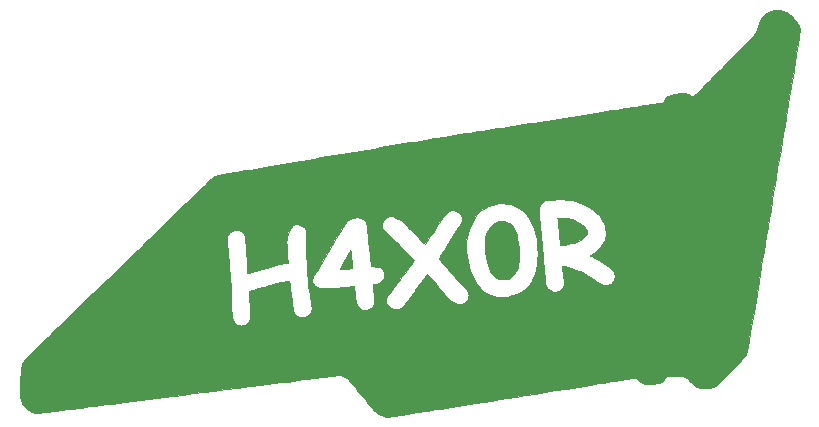
<source format=gbr>
%TF.GenerationSoftware,KiCad,Pcbnew,(7.0.0)*%
%TF.CreationDate,2023-05-30T20:17:09-04:00*%
%TF.ProjectId,H4X0R-small,48345830-522d-4736-9d61-6c6c2e6b6963,rev?*%
%TF.SameCoordinates,Original*%
%TF.FileFunction,Copper,L1,Top*%
%TF.FilePolarity,Positive*%
%FSLAX46Y46*%
G04 Gerber Fmt 4.6, Leading zero omitted, Abs format (unit mm)*
G04 Created by KiCad (PCBNEW (7.0.0)) date 2023-05-30 20:17:09*
%MOMM*%
%LPD*%
G01*
G04 APERTURE LIST*
%TA.AperFunction,EtchedComponent*%
%ADD10C,0.010000*%
%TD*%
G04 APERTURE END LIST*
%TO.C,G\u002A\u002A\u002A*%
G36*
X70818768Y-31355949D02*
G01*
X70984415Y-31361683D01*
X71116300Y-31369053D01*
X71222986Y-31378879D01*
X71313038Y-31391981D01*
X71395018Y-31409180D01*
X71408307Y-31412455D01*
X71642373Y-31482767D01*
X71873877Y-31574008D01*
X72096137Y-31682269D01*
X72302471Y-31803640D01*
X72486198Y-31934211D01*
X72640637Y-32070073D01*
X72753415Y-32199498D01*
X72831493Y-32326558D01*
X72888868Y-32461765D01*
X72892845Y-32474399D01*
X72937056Y-32619954D01*
X72884013Y-32709969D01*
X72814185Y-32810358D01*
X72719765Y-32921129D01*
X72612108Y-33030309D01*
X72502572Y-33125925D01*
X72456346Y-33160870D01*
X72281653Y-33269264D01*
X72078884Y-33364439D01*
X71845335Y-33447238D01*
X71578304Y-33518504D01*
X71275086Y-33579080D01*
X70965813Y-33625574D01*
X70844778Y-33641302D01*
X70759264Y-33651126D01*
X70702775Y-33654310D01*
X70668814Y-33650119D01*
X70650886Y-33637819D01*
X70642495Y-33616676D01*
X70637557Y-33588442D01*
X70633264Y-33553792D01*
X70625405Y-33481492D01*
X70614434Y-33376035D01*
X70600803Y-33241914D01*
X70584965Y-33083621D01*
X70567374Y-32905650D01*
X70548483Y-32712492D01*
X70530303Y-32524817D01*
X70510528Y-32320596D01*
X70491578Y-32126556D01*
X70473917Y-31947330D01*
X70458010Y-31787549D01*
X70444319Y-31651845D01*
X70433308Y-31544848D01*
X70425442Y-31471191D01*
X70421431Y-31437222D01*
X70408486Y-31344460D01*
X70818768Y-31355949D01*
G37*
D10*
X70818768Y-31355949D02*
X70984415Y-31361683D01*
X71116300Y-31369053D01*
X71222986Y-31378879D01*
X71313038Y-31391981D01*
X71395018Y-31409180D01*
X71408307Y-31412455D01*
X71642373Y-31482767D01*
X71873877Y-31574008D01*
X72096137Y-31682269D01*
X72302471Y-31803640D01*
X72486198Y-31934211D01*
X72640637Y-32070073D01*
X72753415Y-32199498D01*
X72831493Y-32326558D01*
X72888868Y-32461765D01*
X72892845Y-32474399D01*
X72937056Y-32619954D01*
X72884013Y-32709969D01*
X72814185Y-32810358D01*
X72719765Y-32921129D01*
X72612108Y-33030309D01*
X72502572Y-33125925D01*
X72456346Y-33160870D01*
X72281653Y-33269264D01*
X72078884Y-33364439D01*
X71845335Y-33447238D01*
X71578304Y-33518504D01*
X71275086Y-33579080D01*
X70965813Y-33625574D01*
X70844778Y-33641302D01*
X70759264Y-33651126D01*
X70702775Y-33654310D01*
X70668814Y-33650119D01*
X70650886Y-33637819D01*
X70642495Y-33616676D01*
X70637557Y-33588442D01*
X70633264Y-33553792D01*
X70625405Y-33481492D01*
X70614434Y-33376035D01*
X70600803Y-33241914D01*
X70584965Y-33083621D01*
X70567374Y-32905650D01*
X70548483Y-32712492D01*
X70530303Y-32524817D01*
X70510528Y-32320596D01*
X70491578Y-32126556D01*
X70473917Y-31947330D01*
X70458010Y-31787549D01*
X70444319Y-31651845D01*
X70433308Y-31544848D01*
X70425442Y-31471191D01*
X70421431Y-31437222D01*
X70408486Y-31344460D01*
X70818768Y-31355949D01*
G36*
X65883085Y-31634330D02*
G01*
X66087461Y-31680556D01*
X66275039Y-31764023D01*
X66443329Y-31884027D01*
X66526236Y-31964776D01*
X66657971Y-32131498D01*
X66773462Y-32329627D01*
X66873275Y-32560789D01*
X66957976Y-32826612D01*
X67028131Y-33128721D01*
X67084305Y-33468742D01*
X67104125Y-33625484D01*
X67119514Y-33789253D01*
X67130967Y-33975960D01*
X67138473Y-34177058D01*
X67142017Y-34384001D01*
X67141585Y-34588244D01*
X67137163Y-34781240D01*
X67128738Y-34954445D01*
X67116295Y-35099313D01*
X67106638Y-35170650D01*
X67044208Y-35469669D01*
X66960729Y-35732020D01*
X66856148Y-35957795D01*
X66730415Y-36147085D01*
X66583479Y-36299980D01*
X66415288Y-36416572D01*
X66400866Y-36424358D01*
X66230369Y-36495214D01*
X66037167Y-36542630D01*
X65835327Y-36564139D01*
X65641050Y-36557521D01*
X65446470Y-36518934D01*
X65267866Y-36448680D01*
X65104718Y-36345845D01*
X64956504Y-36209511D01*
X64822704Y-36038765D01*
X64702795Y-35832689D01*
X64596258Y-35590370D01*
X64502570Y-35310891D01*
X64421212Y-34993336D01*
X64351661Y-34636791D01*
X64293396Y-34240339D01*
X64285410Y-34175817D01*
X64269883Y-34006352D01*
X64261382Y-33820877D01*
X64259708Y-33629772D01*
X64264664Y-33443419D01*
X64276052Y-33272196D01*
X64293675Y-33126485D01*
X64306686Y-33057704D01*
X64386875Y-32768308D01*
X64489567Y-32507712D01*
X64613392Y-32277617D01*
X64756982Y-32079727D01*
X64918968Y-31915741D01*
X65097982Y-31787361D01*
X65292655Y-31696290D01*
X65433895Y-31656409D01*
X65664399Y-31626046D01*
X65883085Y-31634330D01*
G37*
X65883085Y-31634330D02*
X66087461Y-31680556D01*
X66275039Y-31764023D01*
X66443329Y-31884027D01*
X66526236Y-31964776D01*
X66657971Y-32131498D01*
X66773462Y-32329627D01*
X66873275Y-32560789D01*
X66957976Y-32826612D01*
X67028131Y-33128721D01*
X67084305Y-33468742D01*
X67104125Y-33625484D01*
X67119514Y-33789253D01*
X67130967Y-33975960D01*
X67138473Y-34177058D01*
X67142017Y-34384001D01*
X67141585Y-34588244D01*
X67137163Y-34781240D01*
X67128738Y-34954445D01*
X67116295Y-35099313D01*
X67106638Y-35170650D01*
X67044208Y-35469669D01*
X66960729Y-35732020D01*
X66856148Y-35957795D01*
X66730415Y-36147085D01*
X66583479Y-36299980D01*
X66415288Y-36416572D01*
X66400866Y-36424358D01*
X66230369Y-36495214D01*
X66037167Y-36542630D01*
X65835327Y-36564139D01*
X65641050Y-36557521D01*
X65446470Y-36518934D01*
X65267866Y-36448680D01*
X65104718Y-36345845D01*
X64956504Y-36209511D01*
X64822704Y-36038765D01*
X64702795Y-35832689D01*
X64596258Y-35590370D01*
X64502570Y-35310891D01*
X64421212Y-34993336D01*
X64351661Y-34636791D01*
X64293396Y-34240339D01*
X64285410Y-34175817D01*
X64269883Y-34006352D01*
X64261382Y-33820877D01*
X64259708Y-33629772D01*
X64264664Y-33443419D01*
X64276052Y-33272196D01*
X64293675Y-33126485D01*
X64306686Y-33057704D01*
X64386875Y-32768308D01*
X64489567Y-32507712D01*
X64613392Y-32277617D01*
X64756982Y-32079727D01*
X64918968Y-31915741D01*
X65097982Y-31787361D01*
X65292655Y-31696290D01*
X65433895Y-31656409D01*
X65664399Y-31626046D01*
X65883085Y-31634330D01*
G36*
X52887291Y-34045290D02*
G01*
X52887783Y-34052859D01*
X52889740Y-34077154D01*
X52895463Y-34138763D01*
X52904486Y-34232878D01*
X52916339Y-34354691D01*
X52930555Y-34499395D01*
X52946667Y-34662184D01*
X52964206Y-34838248D01*
X52964225Y-34838444D01*
X52981493Y-35014129D01*
X52996871Y-35176228D01*
X53009950Y-35319993D01*
X53020324Y-35440678D01*
X53027583Y-35533537D01*
X53031321Y-35593824D01*
X53031130Y-35616791D01*
X53031108Y-35616814D01*
X53007960Y-35621793D01*
X52949172Y-35629904D01*
X52861256Y-35640377D01*
X52750724Y-35652445D01*
X52624090Y-35665338D01*
X52600124Y-35667684D01*
X52463713Y-35681074D01*
X52335048Y-35693926D01*
X52222612Y-35705376D01*
X52134888Y-35714559D01*
X52080359Y-35720612D01*
X52078509Y-35720834D01*
X52019034Y-35724356D01*
X51983264Y-35719171D01*
X51977967Y-35713366D01*
X51987670Y-35690757D01*
X52015256Y-35635304D01*
X52058437Y-35551383D01*
X52114927Y-35443371D01*
X52182439Y-35315644D01*
X52258686Y-35172578D01*
X52329510Y-35040595D01*
X52415843Y-34879897D01*
X52499357Y-34723880D01*
X52577010Y-34578269D01*
X52645758Y-34448788D01*
X52702561Y-34341163D01*
X52744375Y-34261118D01*
X52762858Y-34225042D01*
X52810593Y-34135192D01*
X52848847Y-34073075D01*
X52875214Y-34042002D01*
X52887291Y-34045290D01*
G37*
X52887291Y-34045290D02*
X52887783Y-34052859D01*
X52889740Y-34077154D01*
X52895463Y-34138763D01*
X52904486Y-34232878D01*
X52916339Y-34354691D01*
X52930555Y-34499395D01*
X52946667Y-34662184D01*
X52964206Y-34838248D01*
X52964225Y-34838444D01*
X52981493Y-35014129D01*
X52996871Y-35176228D01*
X53009950Y-35319993D01*
X53020324Y-35440678D01*
X53027583Y-35533537D01*
X53031321Y-35593824D01*
X53031130Y-35616791D01*
X53031108Y-35616814D01*
X53007960Y-35621793D01*
X52949172Y-35629904D01*
X52861256Y-35640377D01*
X52750724Y-35652445D01*
X52624090Y-35665338D01*
X52600124Y-35667684D01*
X52463713Y-35681074D01*
X52335048Y-35693926D01*
X52222612Y-35705376D01*
X52134888Y-35714559D01*
X52080359Y-35720612D01*
X52078509Y-35720834D01*
X52019034Y-35724356D01*
X51983264Y-35719171D01*
X51977967Y-35713366D01*
X51987670Y-35690757D01*
X52015256Y-35635304D01*
X52058437Y-35551383D01*
X52114927Y-35443371D01*
X52182439Y-35315644D01*
X52258686Y-35172578D01*
X52329510Y-35040595D01*
X52415843Y-34879897D01*
X52499357Y-34723880D01*
X52577010Y-34578269D01*
X52645758Y-34448788D01*
X52702561Y-34341163D01*
X52744375Y-34261118D01*
X52762858Y-34225042D01*
X52810593Y-34135192D01*
X52848847Y-34073075D01*
X52875214Y-34042002D01*
X52887291Y-34045290D01*
G36*
X35813529Y-33128104D02*
G01*
X42420911Y-33128104D01*
X42424575Y-33206795D01*
X42432065Y-33310439D01*
X42443487Y-33445646D01*
X42452256Y-33544488D01*
X42462862Y-33665668D01*
X42476199Y-33822350D01*
X42491716Y-34007832D01*
X42508862Y-34215411D01*
X42527087Y-34438383D01*
X42545838Y-34670046D01*
X42564566Y-34903696D01*
X42580556Y-35105203D01*
X42598732Y-35333832D01*
X42617376Y-35565338D01*
X42635946Y-35793188D01*
X42653900Y-36010851D01*
X42670695Y-36211793D01*
X42685791Y-36389482D01*
X42698645Y-36537386D01*
X42707863Y-36639787D01*
X42719069Y-36777430D01*
X42730514Y-36947739D01*
X42741693Y-37141056D01*
X42752096Y-37347719D01*
X42761217Y-37558070D01*
X42768549Y-37762447D01*
X42770791Y-37837650D01*
X42782055Y-38226906D01*
X42792970Y-38575160D01*
X42803527Y-38882237D01*
X42813719Y-39147964D01*
X42823540Y-39372166D01*
X42832981Y-39554671D01*
X42842035Y-39695304D01*
X42850695Y-39793891D01*
X42856049Y-39834977D01*
X42904857Y-40010832D01*
X42989112Y-40164761D01*
X43106375Y-40293723D01*
X43254204Y-40394679D01*
X43335457Y-40432359D01*
X43445490Y-40460790D01*
X43578627Y-40471243D01*
X43719963Y-40464373D01*
X43854589Y-40440836D01*
X43959959Y-40404908D01*
X44095969Y-40321348D01*
X44217040Y-40207244D01*
X44311493Y-40074257D01*
X44332828Y-40032559D01*
X44351655Y-39988701D01*
X44366491Y-39943614D01*
X44377477Y-39892585D01*
X44384752Y-39830903D01*
X44388456Y-39753854D01*
X44388729Y-39656726D01*
X44385711Y-39534807D01*
X44379542Y-39383385D01*
X44370362Y-39197747D01*
X44362178Y-39044150D01*
X44355357Y-38912285D01*
X44348227Y-38763679D01*
X44340996Y-38603789D01*
X44333872Y-38438070D01*
X44327064Y-38271980D01*
X44320779Y-38110974D01*
X44315227Y-37960511D01*
X44310616Y-37826045D01*
X44307155Y-37713034D01*
X44305050Y-37626934D01*
X44304512Y-37573201D01*
X44305383Y-37557125D01*
X44326572Y-37549172D01*
X44384148Y-37531085D01*
X44473722Y-37504115D01*
X44590906Y-37469514D01*
X44731313Y-37428532D01*
X44890556Y-37382421D01*
X45064245Y-37332432D01*
X45247993Y-37279815D01*
X45437414Y-37225822D01*
X45628118Y-37171704D01*
X45815718Y-37118712D01*
X45995827Y-37068096D01*
X46164056Y-37021108D01*
X46316018Y-36978999D01*
X46447325Y-36943021D01*
X46553590Y-36914423D01*
X46622800Y-36896382D01*
X46774953Y-36858669D01*
X46931809Y-36821385D01*
X47087805Y-36785695D01*
X47237378Y-36752764D01*
X47374964Y-36723761D01*
X47495000Y-36699849D01*
X47591924Y-36682195D01*
X47660171Y-36671965D01*
X47694179Y-36670325D01*
X47696617Y-36671328D01*
X47704630Y-36696960D01*
X47712971Y-36750071D01*
X47716559Y-36783563D01*
X47736978Y-36987231D01*
X47764399Y-37229198D01*
X47798411Y-37506083D01*
X47838604Y-37814506D01*
X47871923Y-38059900D01*
X47895444Y-38231553D01*
X47918867Y-38404471D01*
X47941025Y-38569877D01*
X47960747Y-38718995D01*
X47976864Y-38843050D01*
X47987516Y-38927604D01*
X48002066Y-39036448D01*
X48017647Y-39136704D01*
X48032383Y-39217165D01*
X48044279Y-39266271D01*
X48113738Y-39412597D01*
X48216454Y-39538554D01*
X48346905Y-39640752D01*
X48499566Y-39715800D01*
X48668917Y-39760309D01*
X48849434Y-39770889D01*
X48865087Y-39770117D01*
X49044060Y-39740183D01*
X49205971Y-39674401D01*
X49346393Y-39576496D01*
X49460897Y-39450192D01*
X49545053Y-39299213D01*
X49587708Y-39162443D01*
X49595471Y-39115056D01*
X49599259Y-39059772D01*
X49598626Y-38992592D01*
X49593125Y-38909518D01*
X49582312Y-38806551D01*
X49565740Y-38679693D01*
X49542963Y-38524946D01*
X49513535Y-38338312D01*
X49477010Y-38115792D01*
X49458827Y-38006984D01*
X49419540Y-37771529D01*
X49385841Y-37565232D01*
X49357079Y-37381888D01*
X49332600Y-37215294D01*
X49311753Y-37059245D01*
X49293884Y-36907538D01*
X49278342Y-36753968D01*
X49272534Y-36686280D01*
X49663677Y-36686280D01*
X49672059Y-36764796D01*
X49715370Y-36906736D01*
X49796078Y-37029691D01*
X49913488Y-37133144D01*
X50066905Y-37216576D01*
X50255633Y-37279471D01*
X50405496Y-37310528D01*
X50508169Y-37323841D01*
X50626796Y-37332143D01*
X50764495Y-37335293D01*
X50924384Y-37333154D01*
X51109580Y-37325587D01*
X51323203Y-37312453D01*
X51568371Y-37293613D01*
X51848200Y-37268928D01*
X52165810Y-37238259D01*
X52274300Y-37227325D01*
X52464836Y-37208363D01*
X52642144Y-37191509D01*
X52801841Y-37177120D01*
X52939542Y-37165555D01*
X53050864Y-37157173D01*
X53131422Y-37152333D01*
X53176833Y-37151392D01*
X53185353Y-37152794D01*
X53190268Y-37177462D01*
X53198499Y-37238812D01*
X53209430Y-37331375D01*
X53222444Y-37449684D01*
X53236924Y-37588269D01*
X53252254Y-37741663D01*
X53255395Y-37773916D01*
X53271826Y-37936292D01*
X53288766Y-38090944D01*
X53305372Y-38231091D01*
X53320803Y-38349955D01*
X53334217Y-38440754D01*
X53344773Y-38496707D01*
X53345465Y-38499463D01*
X53412099Y-38696303D01*
X53501193Y-38857925D01*
X53613864Y-38985669D01*
X53751229Y-39080876D01*
X53872384Y-39132150D01*
X53962592Y-39149777D01*
X54078577Y-39155312D01*
X54205793Y-39149557D01*
X54329694Y-39133315D01*
X54435736Y-39107387D01*
X54456624Y-39099925D01*
X54592168Y-39025844D01*
X54709945Y-38919253D01*
X54803619Y-38788402D01*
X54866850Y-38641542D01*
X54889223Y-38536758D01*
X54891741Y-38477151D01*
X54889686Y-38380850D01*
X54883441Y-38253201D01*
X54873391Y-38099552D01*
X54859920Y-37925251D01*
X54843411Y-37735645D01*
X54824248Y-37536081D01*
X54802816Y-37331906D01*
X54802568Y-37329650D01*
X54788349Y-37201603D01*
X54778994Y-37109543D01*
X54775705Y-37047282D01*
X54779683Y-37008633D01*
X54792129Y-36987407D01*
X54814245Y-36977418D01*
X54847232Y-36972477D01*
X54872509Y-36969393D01*
X55107194Y-36924200D01*
X55306595Y-36857018D01*
X55470418Y-36768080D01*
X55598369Y-36657621D01*
X55690155Y-36525875D01*
X55745481Y-36373076D01*
X55761888Y-36260727D01*
X55757690Y-36092204D01*
X55722909Y-35931917D01*
X55660761Y-35787667D01*
X55574460Y-35667257D01*
X55485514Y-35590149D01*
X55407078Y-35545792D01*
X55317611Y-35513151D01*
X55209651Y-35490745D01*
X55075735Y-35477096D01*
X54908401Y-35470726D01*
X54880893Y-35470318D01*
X54613217Y-35466984D01*
X54439830Y-33731317D01*
X54412772Y-33461923D01*
X54386460Y-33202781D01*
X54361251Y-32957255D01*
X54337505Y-32728708D01*
X54315580Y-32520507D01*
X54295835Y-32336015D01*
X54278627Y-32178596D01*
X54264315Y-32051616D01*
X54258930Y-32006234D01*
X55565830Y-32006234D01*
X55568100Y-32104730D01*
X55576877Y-32177324D01*
X55595338Y-32240313D01*
X55623940Y-32304474D01*
X55698325Y-32422836D01*
X55806730Y-32541746D01*
X55952171Y-32664284D01*
X56037516Y-32726337D01*
X56074301Y-32756272D01*
X56136345Y-32811805D01*
X56220747Y-32890071D01*
X56324604Y-32988205D01*
X56445014Y-33103342D01*
X56579074Y-33232617D01*
X56723882Y-33373165D01*
X56876535Y-33522122D01*
X57034132Y-33676622D01*
X57193770Y-33833801D01*
X57352546Y-33990793D01*
X57507558Y-34144735D01*
X57655904Y-34292760D01*
X57794682Y-34432004D01*
X57920989Y-34559603D01*
X58031922Y-34672690D01*
X58124580Y-34768403D01*
X58196060Y-34843875D01*
X58243460Y-34896241D01*
X58263877Y-34922637D01*
X58264467Y-34924531D01*
X58252023Y-34948149D01*
X58216164Y-35002489D01*
X58159095Y-35084574D01*
X58083023Y-35191429D01*
X57990154Y-35320076D01*
X57882693Y-35467538D01*
X57762849Y-35630840D01*
X57632826Y-35807003D01*
X57494831Y-35993053D01*
X57351071Y-36186012D01*
X57203752Y-36382903D01*
X57055079Y-36580750D01*
X56907260Y-36776576D01*
X56762500Y-36967404D01*
X56623006Y-37150259D01*
X56490985Y-37322162D01*
X56403345Y-37435484D01*
X56304374Y-37564792D01*
X56210556Y-37690668D01*
X56126168Y-37807118D01*
X56055488Y-37908147D01*
X56002792Y-37987761D01*
X55973191Y-38038288D01*
X55936939Y-38116048D01*
X55916127Y-38180827D01*
X55906645Y-38250984D01*
X55904384Y-38344877D01*
X55904384Y-38345650D01*
X55906665Y-38440186D01*
X55916301Y-38511266D01*
X55937482Y-38577647D01*
X55973953Y-38657189D01*
X56067851Y-38802260D01*
X56193586Y-38927630D01*
X56342681Y-39026523D01*
X56506659Y-39092158D01*
X56523422Y-39096599D01*
X56650499Y-39112771D01*
X56793860Y-39105492D01*
X56935970Y-39076779D01*
X57043017Y-39036866D01*
X57119732Y-38996653D01*
X57187717Y-38952245D01*
X57253268Y-38897699D01*
X57322683Y-38827073D01*
X57402258Y-38734424D01*
X57498290Y-38613808D01*
X57517501Y-38589067D01*
X57565611Y-38526402D01*
X57634319Y-38436134D01*
X57720890Y-38321906D01*
X57822590Y-38187360D01*
X57936685Y-38036137D01*
X58060440Y-37871880D01*
X58191121Y-37698232D01*
X58325992Y-37518833D01*
X58462320Y-37337328D01*
X58597370Y-37157357D01*
X58728407Y-36982562D01*
X58852697Y-36816587D01*
X58967505Y-36663073D01*
X59070097Y-36525662D01*
X59157739Y-36407997D01*
X59227695Y-36313719D01*
X59277231Y-36246471D01*
X59301363Y-36213109D01*
X59341419Y-36159311D01*
X59372189Y-36123392D01*
X59384597Y-36113979D01*
X59403269Y-36130092D01*
X59445914Y-36174542D01*
X59509092Y-36243405D01*
X59589365Y-36332755D01*
X59683296Y-36438670D01*
X59787445Y-36557224D01*
X59898374Y-36684493D01*
X60012645Y-36816553D01*
X60126820Y-36949479D01*
X60237460Y-37079347D01*
X60341127Y-37202232D01*
X60403334Y-37276734D01*
X60561932Y-37466614D01*
X60698220Y-37627381D01*
X60816016Y-37763226D01*
X60919141Y-37878338D01*
X61011417Y-37976911D01*
X61096662Y-38063135D01*
X61178698Y-38141201D01*
X61248967Y-38204457D01*
X61440545Y-38362477D01*
X61615743Y-38484401D01*
X61777637Y-38571731D01*
X61929302Y-38625969D01*
X62073814Y-38648618D01*
X62156608Y-38647798D01*
X62320403Y-38616296D01*
X62471780Y-38549633D01*
X62606318Y-38453263D01*
X62719595Y-38332642D01*
X62807186Y-38193225D01*
X62864672Y-38040465D01*
X62887628Y-37879820D01*
X62879340Y-37756298D01*
X62861571Y-37672074D01*
X62834755Y-37594754D01*
X62794859Y-37518450D01*
X62737849Y-37437274D01*
X62659692Y-37345338D01*
X62556356Y-37236754D01*
X62453483Y-37134564D01*
X62341566Y-37023406D01*
X62212035Y-36891984D01*
X62075682Y-36751421D01*
X61943301Y-36612840D01*
X61831434Y-36493567D01*
X61737397Y-36391290D01*
X61629694Y-36272738D01*
X61511343Y-36141352D01*
X61385366Y-36000574D01*
X61254783Y-35853846D01*
X61122616Y-35704609D01*
X60991883Y-35556305D01*
X60865607Y-35412376D01*
X60746806Y-35276264D01*
X60638503Y-35151411D01*
X60543717Y-35041257D01*
X60465469Y-34949246D01*
X60406779Y-34878819D01*
X60370669Y-34833418D01*
X60359967Y-34816877D01*
X60370779Y-34794123D01*
X60401235Y-34740536D01*
X60448363Y-34661070D01*
X60509193Y-34560679D01*
X60580753Y-34444317D01*
X60653526Y-34327395D01*
X60753130Y-34166883D01*
X60863642Y-33986510D01*
X60977221Y-33799223D01*
X61005139Y-33752715D01*
X62693202Y-33752715D01*
X62711763Y-34159994D01*
X62760399Y-34590927D01*
X62825831Y-34981203D01*
X62924644Y-35423555D01*
X63046207Y-35834062D01*
X63190007Y-36212086D01*
X63355530Y-36556985D01*
X63542261Y-36868119D01*
X63749687Y-37144847D01*
X63977293Y-37386528D01*
X64224566Y-37592521D01*
X64490992Y-37762187D01*
X64776057Y-37894883D01*
X65079247Y-37989970D01*
X65270634Y-38028865D01*
X65384807Y-38041746D01*
X65529705Y-38049351D01*
X65694075Y-38051877D01*
X65866661Y-38049518D01*
X66036211Y-38042472D01*
X66191471Y-38030932D01*
X66321187Y-38015095D01*
X66350418Y-38010099D01*
X66690128Y-37929165D01*
X67006642Y-37816847D01*
X67297630Y-37674339D01*
X67560766Y-37502833D01*
X67793719Y-37303519D01*
X67856933Y-37238947D01*
X68056389Y-36998494D01*
X68229467Y-36729430D01*
X68376737Y-36430435D01*
X68498763Y-36100189D01*
X68596115Y-35737371D01*
X68667612Y-35352377D01*
X68696285Y-35110379D01*
X68715442Y-34836631D01*
X68725255Y-34540596D01*
X68725896Y-34231734D01*
X68717539Y-33919506D01*
X68700357Y-33613373D01*
X68674521Y-33322794D01*
X68640206Y-33057232D01*
X68623895Y-32958734D01*
X68539072Y-32575733D01*
X68425391Y-32212837D01*
X68284498Y-31872113D01*
X68118036Y-31555632D01*
X67927649Y-31265463D01*
X67714981Y-31003674D01*
X67481677Y-30772336D01*
X67391896Y-30701585D01*
X68823691Y-30701585D01*
X68824208Y-30785882D01*
X68827890Y-30887001D01*
X68834822Y-31007566D01*
X68845088Y-31150201D01*
X68858771Y-31317529D01*
X68875954Y-31512176D01*
X68896721Y-31736764D01*
X68921157Y-31993919D01*
X68949344Y-32286264D01*
X68981366Y-32616423D01*
X69004311Y-32852900D01*
X69034824Y-33168418D01*
X69065564Y-33487857D01*
X69096097Y-33806624D01*
X69125990Y-34120125D01*
X69154810Y-34423766D01*
X69182121Y-34712952D01*
X69207491Y-34983091D01*
X69230485Y-35229588D01*
X69250670Y-35447850D01*
X69267612Y-35633282D01*
X69280877Y-35781292D01*
X69281159Y-35784484D01*
X69303983Y-36042408D01*
X69323619Y-36261769D01*
X69340493Y-36446181D01*
X69355034Y-36599257D01*
X69367670Y-36724613D01*
X69378828Y-36825864D01*
X69388937Y-36906623D01*
X69398424Y-36970505D01*
X69407718Y-37021125D01*
X69417245Y-37062097D01*
X69427435Y-37097037D01*
X69438715Y-37129557D01*
X69441179Y-37136195D01*
X69516114Y-37278444D01*
X69625323Y-37404188D01*
X69762017Y-37507224D01*
X69919410Y-37581348D01*
X69933355Y-37586060D01*
X70044634Y-37607624D01*
X70177936Y-37610751D01*
X70317779Y-37596637D01*
X70448678Y-37566476D01*
X70516891Y-37540993D01*
X70643352Y-37465619D01*
X70760294Y-37361645D01*
X70856777Y-37240546D01*
X70920339Y-37117921D01*
X70938148Y-37064164D01*
X70951061Y-37007713D01*
X70958889Y-36943877D01*
X70961444Y-36867962D01*
X70958536Y-36775275D01*
X70949978Y-36661124D01*
X70935581Y-36520816D01*
X70915156Y-36349658D01*
X70888514Y-36142957D01*
X70877972Y-36063488D01*
X70856899Y-35902193D01*
X70838453Y-35754618D01*
X70823213Y-35625923D01*
X70811759Y-35521269D01*
X70804669Y-35445818D01*
X70802523Y-35404731D01*
X70803377Y-35398767D01*
X70829709Y-35397854D01*
X70889981Y-35408542D01*
X70977943Y-35429141D01*
X71087342Y-35457958D01*
X71211926Y-35493303D01*
X71345445Y-35533484D01*
X71481646Y-35576810D01*
X71567717Y-35605538D01*
X71930997Y-35738788D01*
X72282348Y-35887820D01*
X72628163Y-36056071D01*
X72974836Y-36246978D01*
X73328760Y-36463978D01*
X73696328Y-36710509D01*
X73922575Y-36871489D01*
X74097513Y-36981285D01*
X74265454Y-37050505D01*
X74429739Y-37079627D01*
X74593707Y-37069128D01*
X74760697Y-37019484D01*
X74809369Y-36998206D01*
X74914819Y-36932923D01*
X75020943Y-36839684D01*
X75115626Y-36730888D01*
X75186751Y-36618934D01*
X75193503Y-36605078D01*
X75222443Y-36536999D01*
X75239640Y-36475010D01*
X75247879Y-36403674D01*
X75249946Y-36307551D01*
X75249907Y-36292484D01*
X75247749Y-36193640D01*
X75240261Y-36121841D01*
X75224424Y-36061859D01*
X75197219Y-35998468D01*
X75187829Y-35979387D01*
X75115749Y-35866999D01*
X75006943Y-35742280D01*
X74864429Y-35607472D01*
X74691227Y-35464819D01*
X74490354Y-35316566D01*
X74264829Y-35164955D01*
X74017671Y-35012232D01*
X73751899Y-34860638D01*
X73511212Y-34733120D01*
X73403032Y-34677186D01*
X73308855Y-34627412D01*
X73234806Y-34587125D01*
X73187013Y-34559651D01*
X73171532Y-34548700D01*
X73185961Y-34532488D01*
X73228514Y-34501843D01*
X73290391Y-34463036D01*
X73298532Y-34458225D01*
X73537285Y-34302062D01*
X73759080Y-34125487D01*
X73959275Y-33933561D01*
X74133228Y-33731343D01*
X74276296Y-33523896D01*
X74383835Y-33316280D01*
X74412354Y-33244146D01*
X74467082Y-33073672D01*
X74500958Y-32915698D01*
X74516376Y-32753599D01*
X74515727Y-32570749D01*
X74514191Y-32536416D01*
X74478661Y-32234802D01*
X74402746Y-31945205D01*
X74286752Y-31667965D01*
X74130985Y-31403421D01*
X73935752Y-31151912D01*
X73701358Y-30913777D01*
X73428109Y-30689356D01*
X73116312Y-30478987D01*
X72766271Y-30283011D01*
X72378294Y-30101766D01*
X72281839Y-30061426D01*
X72128377Y-30000078D01*
X71989650Y-29948776D01*
X71859877Y-29906677D01*
X71733278Y-29872938D01*
X71604074Y-29846714D01*
X71466483Y-29827163D01*
X71314727Y-29813441D01*
X71143023Y-29804704D01*
X70945593Y-29800110D01*
X70716656Y-29798815D01*
X70488217Y-29799709D01*
X70290232Y-29801631D01*
X70105187Y-29804573D01*
X69938148Y-29808382D01*
X69794182Y-29812904D01*
X69678354Y-29817984D01*
X69595730Y-29823469D01*
X69556884Y-29828055D01*
X69372152Y-29881471D01*
X69210178Y-29970422D01*
X69072000Y-30094103D01*
X68958659Y-30251710D01*
X68923500Y-30317899D01*
X68901700Y-30362089D01*
X68882396Y-30402109D01*
X68865672Y-30440581D01*
X68851613Y-30480131D01*
X68840302Y-30523383D01*
X68831822Y-30572959D01*
X68826257Y-30631485D01*
X68823691Y-30701585D01*
X67391896Y-30701585D01*
X67229380Y-30573517D01*
X66959733Y-30409287D01*
X66674383Y-30281714D01*
X66438553Y-30208115D01*
X66135411Y-30150987D01*
X65817515Y-30128316D01*
X65493102Y-30139213D01*
X65170408Y-30182791D01*
X64857673Y-30258162D01*
X64563131Y-30364438D01*
X64434718Y-30424111D01*
X64148451Y-30591352D01*
X63883800Y-30794388D01*
X63641682Y-31032085D01*
X63423017Y-31303310D01*
X63228722Y-31606928D01*
X63059716Y-31941806D01*
X62922154Y-32291531D01*
X62819190Y-32638499D01*
X62746792Y-32995398D01*
X62704837Y-33365660D01*
X62693202Y-33752715D01*
X61005139Y-33752715D01*
X61086027Y-33617971D01*
X61182219Y-33455700D01*
X61206766Y-33413817D01*
X61549130Y-32848857D01*
X61894274Y-32321051D01*
X62031660Y-32122469D01*
X62124581Y-31988702D01*
X62195042Y-31881740D01*
X62246080Y-31794593D01*
X62280736Y-31720274D01*
X62302048Y-31651794D01*
X62313055Y-31582166D01*
X62316795Y-31504402D01*
X62316925Y-31466484D01*
X62314917Y-31369238D01*
X62307838Y-31299059D01*
X62292495Y-31240722D01*
X62265692Y-31179004D01*
X62250145Y-31148208D01*
X62150163Y-30999860D01*
X62016440Y-30874508D01*
X61852879Y-30775789D01*
X61847528Y-30773265D01*
X61695542Y-30721025D01*
X61540577Y-30702303D01*
X61392402Y-30717393D01*
X61280717Y-30756225D01*
X61188680Y-30814673D01*
X61079598Y-30907037D01*
X60956393Y-31029901D01*
X60821987Y-31179852D01*
X60679301Y-31353476D01*
X60531258Y-31547359D01*
X60380779Y-31758088D01*
X60230786Y-31982248D01*
X60228962Y-31985067D01*
X60180908Y-32060430D01*
X60114618Y-32166002D01*
X60033802Y-32295792D01*
X59942169Y-32443809D01*
X59843431Y-32604060D01*
X59741296Y-32770554D01*
X59650175Y-32919740D01*
X59228894Y-33610996D01*
X58794306Y-33192128D01*
X58587524Y-32991833D01*
X58405507Y-32813213D01*
X58241616Y-32649554D01*
X58089212Y-32494142D01*
X57941655Y-32340264D01*
X57792307Y-32181207D01*
X57757591Y-32143817D01*
X57547813Y-31929559D01*
X57337963Y-31738546D01*
X57131651Y-31573364D01*
X56932488Y-31436601D01*
X56744082Y-31330844D01*
X56570046Y-31258678D01*
X56491198Y-31236385D01*
X56325053Y-31218375D01*
X56161686Y-31239781D01*
X56006489Y-31297766D01*
X55864857Y-31389494D01*
X55742184Y-31512129D01*
X55643862Y-31662833D01*
X55631049Y-31688734D01*
X55597299Y-31765519D01*
X55577565Y-31830797D01*
X55568269Y-31901982D01*
X55565835Y-31996490D01*
X55565830Y-32006234D01*
X54258930Y-32006234D01*
X54253258Y-31958439D01*
X54245815Y-31902429D01*
X54243648Y-31889817D01*
X54188396Y-31729591D01*
X54097164Y-31590357D01*
X53971893Y-31474287D01*
X53814522Y-31383550D01*
X53777134Y-31367740D01*
X53650154Y-31333443D01*
X53498612Y-31318456D01*
X53335508Y-31322574D01*
X53173846Y-31345593D01*
X53049209Y-31379203D01*
X52841344Y-31466712D01*
X52664207Y-31578212D01*
X52510480Y-31719131D01*
X52392718Y-31866148D01*
X52361021Y-31914526D01*
X52309681Y-31997415D01*
X52240022Y-32112554D01*
X52153368Y-32257677D01*
X52051044Y-32430521D01*
X51934375Y-32628822D01*
X51804683Y-32850317D01*
X51663295Y-33092742D01*
X51511533Y-33353833D01*
X51350723Y-33631327D01*
X51182189Y-33922959D01*
X51007255Y-34226467D01*
X50827245Y-34539585D01*
X50753869Y-34667449D01*
X50603222Y-34927733D01*
X50463280Y-35164753D01*
X50335818Y-35375609D01*
X50222612Y-35557403D01*
X50125437Y-35707234D01*
X50050276Y-35816370D01*
X49919435Y-36005851D01*
X49817678Y-36171213D01*
X49743113Y-36317197D01*
X49693852Y-36448543D01*
X49668003Y-36569991D01*
X49663677Y-36686280D01*
X49272534Y-36686280D01*
X49264472Y-36592332D01*
X49251625Y-36416426D01*
X49239145Y-36220045D01*
X49226382Y-35996986D01*
X49212682Y-35741045D01*
X49205027Y-35593984D01*
X49194197Y-35389744D01*
X49182626Y-35180398D01*
X49170796Y-34974054D01*
X49159187Y-34778819D01*
X49148279Y-34602799D01*
X49138553Y-34454104D01*
X49131611Y-34355734D01*
X49119601Y-34168481D01*
X49109758Y-33963174D01*
X49102197Y-33747735D01*
X49097037Y-33530092D01*
X49094393Y-33318168D01*
X49094383Y-33119890D01*
X49097123Y-32943181D01*
X49102730Y-32795968D01*
X49107573Y-32724462D01*
X49115409Y-32615911D01*
X49116989Y-32537029D01*
X49111661Y-32475525D01*
X49098773Y-32419107D01*
X49089853Y-32390653D01*
X49020098Y-32245265D01*
X48916829Y-32118134D01*
X48786539Y-32013680D01*
X48635722Y-31936322D01*
X48470871Y-31890481D01*
X48338750Y-31879440D01*
X48194521Y-31900426D01*
X48055758Y-31961136D01*
X47928052Y-32058958D01*
X47905180Y-32081857D01*
X47818679Y-32192435D01*
X47734907Y-32338025D01*
X47656930Y-32511304D01*
X47587817Y-32704954D01*
X47530637Y-32911652D01*
X47502739Y-33042011D01*
X47493170Y-33094239D01*
X47485138Y-33144385D01*
X47478738Y-33195637D01*
X47474064Y-33251181D01*
X47471211Y-33314206D01*
X47470272Y-33387898D01*
X47471344Y-33475447D01*
X47474519Y-33580038D01*
X47479892Y-33704860D01*
X47487558Y-33853099D01*
X47497612Y-34027945D01*
X47510147Y-34232583D01*
X47525258Y-34470202D01*
X47543039Y-34743989D01*
X47561492Y-35025296D01*
X47570027Y-35155109D01*
X47408622Y-35180379D01*
X47228459Y-35211093D01*
X47032949Y-35249426D01*
X46818886Y-35296182D01*
X46583065Y-35352167D01*
X46322279Y-35418184D01*
X46033324Y-35495037D01*
X45712994Y-35583532D01*
X45358082Y-35684473D01*
X45089011Y-35762483D01*
X44900465Y-35817409D01*
X44724399Y-35868495D01*
X44564979Y-35914548D01*
X44426369Y-35954375D01*
X44312732Y-35986782D01*
X44228234Y-36010576D01*
X44177038Y-36024563D01*
X44162970Y-36027900D01*
X44157202Y-36007944D01*
X44152276Y-35952913D01*
X44148568Y-35870064D01*
X44146460Y-35766651D01*
X44146119Y-35705109D01*
X44144555Y-35567145D01*
X44140406Y-35420254D01*
X44134276Y-35280665D01*
X44126768Y-35164608D01*
X44125494Y-35149484D01*
X44118536Y-35065652D01*
X44109327Y-34947839D01*
X44098482Y-34804299D01*
X44086617Y-34643287D01*
X44074347Y-34473058D01*
X44062355Y-34302817D01*
X44043090Y-34026406D01*
X44026357Y-33788885D01*
X44011776Y-33586910D01*
X43998970Y-33417138D01*
X43987561Y-33276225D01*
X43977170Y-33160827D01*
X43967421Y-33067600D01*
X43957934Y-32993202D01*
X43948331Y-32934288D01*
X43938236Y-32887516D01*
X43927268Y-32849540D01*
X43915052Y-32817019D01*
X43901208Y-32786607D01*
X43887922Y-32760006D01*
X43849531Y-32699762D01*
X43793548Y-32629210D01*
X43747497Y-32579413D01*
X43612424Y-32471918D01*
X43463543Y-32400231D01*
X43306401Y-32362860D01*
X43146543Y-32358312D01*
X42989513Y-32385094D01*
X42840856Y-32441716D01*
X42706118Y-32526683D01*
X42590844Y-32638504D01*
X42500578Y-32775687D01*
X42442395Y-32930655D01*
X42431816Y-32975642D01*
X42424638Y-33019139D01*
X42420967Y-33067756D01*
X42420911Y-33128104D01*
X35813529Y-33128104D01*
X36090268Y-32859755D01*
X36484729Y-32477308D01*
X36870792Y-32103062D01*
X37247350Y-31738090D01*
X37613295Y-31383467D01*
X37967523Y-31040266D01*
X38308926Y-30709561D01*
X38636397Y-30392426D01*
X38948830Y-30089935D01*
X39245118Y-29803162D01*
X39524154Y-29533180D01*
X39784833Y-29281064D01*
X40026047Y-29047886D01*
X40246690Y-28834722D01*
X40445655Y-28642645D01*
X40621835Y-28472728D01*
X40774125Y-28326047D01*
X40901416Y-28203673D01*
X41002603Y-28106682D01*
X41076580Y-28036147D01*
X41122239Y-27993143D01*
X41137906Y-27979074D01*
X41251949Y-27905358D01*
X41387464Y-27834299D01*
X41526956Y-27774204D01*
X41652931Y-27733379D01*
X41657987Y-27732131D01*
X41692273Y-27725344D01*
X41766729Y-27711796D01*
X41879777Y-27691757D01*
X42029841Y-27665491D01*
X42215345Y-27633267D01*
X42434710Y-27595350D01*
X42686362Y-27552008D01*
X42968722Y-27503508D01*
X43280214Y-27450116D01*
X43619262Y-27392099D01*
X43984289Y-27329725D01*
X44373717Y-27263259D01*
X44785970Y-27192969D01*
X45219472Y-27119122D01*
X45672646Y-27041984D01*
X46143914Y-26961823D01*
X46631701Y-26878905D01*
X47134428Y-26793496D01*
X47650521Y-26705865D01*
X48178401Y-26616277D01*
X48716492Y-26525000D01*
X49263218Y-26432300D01*
X49817001Y-26338444D01*
X50376266Y-26243700D01*
X50939434Y-26148333D01*
X51504930Y-26052611D01*
X52071176Y-25956800D01*
X52636596Y-25861168D01*
X53199613Y-25765981D01*
X53758650Y-25671506D01*
X54312132Y-25578010D01*
X54858479Y-25485760D01*
X55396117Y-25395023D01*
X55923469Y-25306065D01*
X56438956Y-25219153D01*
X56941004Y-25134554D01*
X57428035Y-25052536D01*
X57898472Y-24973364D01*
X58350738Y-24897306D01*
X58783258Y-24824628D01*
X59194453Y-24755598D01*
X59582748Y-24690482D01*
X59946565Y-24629546D01*
X60284328Y-24573059D01*
X60594460Y-24521286D01*
X60875385Y-24474495D01*
X61125525Y-24432953D01*
X61343303Y-24396925D01*
X61527144Y-24366680D01*
X61675470Y-24342483D01*
X61786705Y-24324603D01*
X61859271Y-24313305D01*
X61862800Y-24312776D01*
X61966598Y-24297139D01*
X62110104Y-24275272D01*
X62291205Y-24247502D01*
X62507788Y-24214160D01*
X62757738Y-24175573D01*
X63038943Y-24132070D01*
X63349288Y-24083980D01*
X63686660Y-24031631D01*
X64048945Y-23975352D01*
X64434030Y-23915472D01*
X64839801Y-23852319D01*
X65264144Y-23786221D01*
X65704946Y-23717508D01*
X66160094Y-23646508D01*
X66627474Y-23573550D01*
X67104971Y-23498961D01*
X67590473Y-23423072D01*
X68081866Y-23346210D01*
X68413884Y-23294247D01*
X68933105Y-23212967D01*
X69460923Y-23130342D01*
X69994375Y-23046836D01*
X70530496Y-22962913D01*
X71066321Y-22879037D01*
X71598886Y-22795672D01*
X72125225Y-22713282D01*
X72642376Y-22632331D01*
X73147373Y-22553284D01*
X73637251Y-22476603D01*
X74109046Y-22402754D01*
X74559794Y-22332199D01*
X74986530Y-22265405D01*
X75386289Y-22202833D01*
X75756108Y-22144949D01*
X76093021Y-22092216D01*
X76394064Y-22045099D01*
X76656272Y-22004061D01*
X76658300Y-22003744D01*
X77056904Y-21941378D01*
X77415760Y-21885254D01*
X77736935Y-21835023D01*
X78022498Y-21790338D01*
X78274517Y-21750851D01*
X78495062Y-21716214D01*
X78686201Y-21686081D01*
X78850002Y-21660103D01*
X78988534Y-21637933D01*
X79103866Y-21619222D01*
X79198065Y-21603625D01*
X79273200Y-21590792D01*
X79331341Y-21580376D01*
X79374555Y-21572030D01*
X79404912Y-21565406D01*
X79424478Y-21560156D01*
X79435324Y-21555932D01*
X79439518Y-21552388D01*
X79439128Y-21549175D01*
X79436223Y-21545947D01*
X79432871Y-21542354D01*
X79431141Y-21538050D01*
X79431134Y-21537755D01*
X79438188Y-21503407D01*
X79456426Y-21444275D01*
X79475079Y-21391700D01*
X79539123Y-21271330D01*
X79634316Y-21157439D01*
X79749754Y-21061361D01*
X79845431Y-21006719D01*
X79908721Y-20983866D01*
X80005800Y-20956407D01*
X80128590Y-20925976D01*
X80269009Y-20894203D01*
X80418975Y-20862722D01*
X80570410Y-20833163D01*
X80715231Y-20807160D01*
X80845358Y-20786344D01*
X80952710Y-20772347D01*
X81029207Y-20766802D01*
X81033467Y-20766772D01*
X81240086Y-20784353D01*
X81428567Y-20836198D01*
X81594810Y-20920775D01*
X81723105Y-21024689D01*
X81781056Y-21079513D01*
X81820183Y-21106863D01*
X81848963Y-21111625D01*
X81864200Y-21105989D01*
X81883002Y-21088959D01*
X81930037Y-21043363D01*
X82003775Y-20970734D01*
X82102685Y-20872609D01*
X82225234Y-20750524D01*
X82369894Y-20606012D01*
X82535131Y-20440611D01*
X82719415Y-20255855D01*
X82921216Y-20053280D01*
X83139001Y-19834421D01*
X83371240Y-19600814D01*
X83616402Y-19353994D01*
X83872956Y-19095496D01*
X84139370Y-18826857D01*
X84414113Y-18549610D01*
X84524767Y-18437891D01*
X84872713Y-18086406D01*
X85191763Y-17763813D01*
X85482941Y-17469058D01*
X85747274Y-17201085D01*
X85985785Y-16958841D01*
X86199501Y-16741270D01*
X86389446Y-16547317D01*
X86556646Y-16375929D01*
X86702125Y-16226049D01*
X86826908Y-16096623D01*
X86932022Y-15986597D01*
X87018490Y-15894916D01*
X87087338Y-15820525D01*
X87139591Y-15762369D01*
X87176275Y-15719394D01*
X87198413Y-15690544D01*
X87204676Y-15680478D01*
X87229173Y-15625848D01*
X87262835Y-15539023D01*
X87302662Y-15428356D01*
X87345656Y-15302201D01*
X87388818Y-15168911D01*
X87392383Y-15157567D01*
X87455883Y-14960622D01*
X87512986Y-14798176D01*
X87567171Y-14663565D01*
X87621915Y-14550121D01*
X87680695Y-14451178D01*
X87746988Y-14360072D01*
X87824273Y-14270135D01*
X87892923Y-14198031D01*
X88078613Y-14038393D01*
X88286445Y-13912166D01*
X88511523Y-13820192D01*
X88748947Y-13763312D01*
X88993819Y-13742366D01*
X89241240Y-13758196D01*
X89486313Y-13811642D01*
X89692951Y-13889006D01*
X89798836Y-13942237D01*
X89901677Y-14005895D01*
X90007478Y-14084759D01*
X90122246Y-14183604D01*
X90251986Y-14307207D01*
X90374300Y-14430948D01*
X90516675Y-14583179D01*
X90629636Y-14717528D01*
X90717806Y-14841287D01*
X90785806Y-14961747D01*
X90838258Y-15086200D01*
X90879785Y-15221937D01*
X90882598Y-15232816D01*
X90888348Y-15253422D01*
X90894122Y-15271397D01*
X90899770Y-15287699D01*
X90905142Y-15303287D01*
X90910088Y-15319120D01*
X90914460Y-15336154D01*
X90918108Y-15355350D01*
X90920881Y-15377665D01*
X90922630Y-15404058D01*
X90923205Y-15435487D01*
X90922458Y-15472910D01*
X90920237Y-15517286D01*
X90916394Y-15569574D01*
X90910779Y-15630731D01*
X90903243Y-15701716D01*
X90893634Y-15783487D01*
X90881805Y-15877004D01*
X90867605Y-15983223D01*
X90850884Y-16103105D01*
X90831494Y-16237606D01*
X90809284Y-16387685D01*
X90784104Y-16554302D01*
X90755806Y-16738413D01*
X90724239Y-16940978D01*
X90689254Y-17162955D01*
X90650700Y-17405303D01*
X90608430Y-17668979D01*
X90562292Y-17954942D01*
X90512137Y-18264151D01*
X90457815Y-18597563D01*
X90399178Y-18956138D01*
X90336074Y-19340834D01*
X90268355Y-19752609D01*
X90195871Y-20192421D01*
X90118473Y-20661229D01*
X90036009Y-21159991D01*
X89948332Y-21689666D01*
X89855291Y-22251212D01*
X89756737Y-22845587D01*
X89652519Y-23473750D01*
X89542489Y-24136659D01*
X89426497Y-24835273D01*
X89304393Y-25570550D01*
X89176027Y-26343448D01*
X89041250Y-27154926D01*
X88899912Y-28005942D01*
X88751863Y-28897455D01*
X88702377Y-29195474D01*
X88578380Y-29942113D01*
X88456018Y-30678640D01*
X88335478Y-31403940D01*
X88216947Y-32116898D01*
X88100610Y-32816399D01*
X87986654Y-33501328D01*
X87875264Y-34170571D01*
X87766629Y-34823013D01*
X87660932Y-35457539D01*
X87558362Y-36073034D01*
X87459104Y-36668384D01*
X87363345Y-37242473D01*
X87271270Y-37794187D01*
X87183066Y-38322412D01*
X87098920Y-38826031D01*
X87019018Y-39303932D01*
X86943545Y-39754998D01*
X86872688Y-40178115D01*
X86806634Y-40572168D01*
X86745569Y-40936043D01*
X86689679Y-41268625D01*
X86639150Y-41568798D01*
X86594169Y-41835449D01*
X86554922Y-42067462D01*
X86521595Y-42263722D01*
X86494374Y-42423115D01*
X86473447Y-42544526D01*
X86458998Y-42626841D01*
X86451214Y-42668944D01*
X86450023Y-42674234D01*
X86426967Y-42745200D01*
X86403598Y-42810409D01*
X86377814Y-42872382D01*
X86347513Y-42933641D01*
X86310592Y-42996707D01*
X86264950Y-43064102D01*
X86208482Y-43138347D01*
X86139088Y-43221965D01*
X86054665Y-43317478D01*
X85953110Y-43427406D01*
X85832322Y-43554272D01*
X85690197Y-43700597D01*
X85524634Y-43868903D01*
X85333529Y-44061712D01*
X85114781Y-44281546D01*
X85085481Y-44310959D01*
X84905715Y-44490978D01*
X84731858Y-44664262D01*
X84566644Y-44828135D01*
X84412809Y-44979922D01*
X84273089Y-45116947D01*
X84150220Y-45236533D01*
X84046935Y-45336005D01*
X83965972Y-45412687D01*
X83910066Y-45463902D01*
X83886717Y-45483619D01*
X83728346Y-45587165D01*
X83545489Y-45678174D01*
X83355811Y-45748045D01*
X83325800Y-45756746D01*
X83215982Y-45778110D01*
X83077797Y-45791428D01*
X82924442Y-45796688D01*
X82769114Y-45793878D01*
X82625010Y-45782984D01*
X82505326Y-45763996D01*
X82479134Y-45757540D01*
X82259750Y-45679503D01*
X82047389Y-45569398D01*
X81855589Y-45434747D01*
X81781217Y-45369681D01*
X81704564Y-45293990D01*
X81633449Y-45217451D01*
X81577830Y-45151085D01*
X81555366Y-45119677D01*
X81483139Y-45034818D01*
X81377327Y-44950321D01*
X81246360Y-44871746D01*
X81098667Y-44804658D01*
X81052035Y-44787490D01*
X80881050Y-44727967D01*
X80243509Y-44727683D01*
X79605969Y-44727400D01*
X79578615Y-44825098D01*
X79538226Y-44921185D01*
X79473332Y-45024497D01*
X79395051Y-45119389D01*
X79323985Y-45183454D01*
X79262897Y-45220898D01*
X79183717Y-45259810D01*
X79136260Y-45279329D01*
X79074641Y-45296922D01*
X78979098Y-45317528D01*
X78857834Y-45339943D01*
X78719048Y-45362964D01*
X78570941Y-45385390D01*
X78421713Y-45406016D01*
X78279564Y-45423640D01*
X78152695Y-45437059D01*
X78049307Y-45445070D01*
X77994437Y-45446816D01*
X77800865Y-45428488D01*
X77619610Y-45376348D01*
X77456288Y-45293601D01*
X77316513Y-45183450D01*
X77205900Y-45049099D01*
X77162427Y-44972092D01*
X77129513Y-44916685D01*
X77097262Y-44881804D01*
X77082707Y-44875629D01*
X77058742Y-44878922D01*
X76995041Y-44888570D01*
X76893673Y-44904247D01*
X76756703Y-44925624D01*
X76586201Y-44952376D01*
X76384232Y-44984174D01*
X76152865Y-45020691D01*
X75894166Y-45061601D01*
X75610203Y-45106576D01*
X75303044Y-45155290D01*
X74974754Y-45207414D01*
X74627403Y-45262621D01*
X74263057Y-45320586D01*
X73883784Y-45380980D01*
X73491650Y-45443476D01*
X73134050Y-45500514D01*
X72124551Y-45661592D01*
X71155999Y-45816132D01*
X70227537Y-45964271D01*
X69338308Y-46106142D01*
X68487453Y-46241883D01*
X67674117Y-46371626D01*
X66897442Y-46495509D01*
X66156571Y-46613666D01*
X65450646Y-46726232D01*
X64778811Y-46833343D01*
X64140208Y-46935134D01*
X63533980Y-47031740D01*
X62959269Y-47123296D01*
X62415220Y-47209937D01*
X61900973Y-47291800D01*
X61415673Y-47369018D01*
X60958462Y-47441727D01*
X60528482Y-47510064D01*
X60124877Y-47574161D01*
X59746789Y-47634156D01*
X59393362Y-47690183D01*
X59063738Y-47742377D01*
X58757059Y-47790874D01*
X58472469Y-47835808D01*
X58209110Y-47877316D01*
X57966125Y-47915532D01*
X57742658Y-47950592D01*
X57537850Y-47982630D01*
X57350845Y-48011783D01*
X57180785Y-48038184D01*
X57026813Y-48061970D01*
X56888072Y-48083276D01*
X56763705Y-48102237D01*
X56652855Y-48118988D01*
X56554664Y-48133664D01*
X56468275Y-48146401D01*
X56392831Y-48157334D01*
X56327475Y-48166598D01*
X56271349Y-48174328D01*
X56223597Y-48180660D01*
X56183361Y-48185729D01*
X56149784Y-48189669D01*
X56122008Y-48192617D01*
X56099178Y-48194707D01*
X56080434Y-48196076D01*
X56064921Y-48196857D01*
X56051781Y-48197186D01*
X56040438Y-48197201D01*
X55929364Y-48191089D01*
X55808363Y-48176513D01*
X55703290Y-48156603D01*
X55701605Y-48156191D01*
X55467056Y-48081247D01*
X55257197Y-47976222D01*
X55064412Y-47836709D01*
X54928094Y-47708494D01*
X54893978Y-47670898D01*
X54835255Y-47603505D01*
X54754303Y-47509135D01*
X54653500Y-47390608D01*
X54535226Y-47250745D01*
X54401858Y-47092364D01*
X54255776Y-46918287D01*
X54099357Y-46731334D01*
X53934980Y-46534324D01*
X53765025Y-46330078D01*
X53734830Y-46293734D01*
X53565062Y-46089544D01*
X53401177Y-45892826D01*
X53245467Y-45706308D01*
X53100228Y-45532720D01*
X52967754Y-45374793D01*
X52850337Y-45235255D01*
X52750273Y-45116837D01*
X52669855Y-45022269D01*
X52611377Y-44954280D01*
X52577134Y-44915600D01*
X52573286Y-44911509D01*
X52432839Y-44794194D01*
X52274208Y-44715090D01*
X52097152Y-44674086D01*
X52034154Y-44668874D01*
X52010880Y-44669034D01*
X51973077Y-44671201D01*
X51919612Y-44675514D01*
X51849349Y-44682113D01*
X51761155Y-44691136D01*
X51653894Y-44702723D01*
X51526434Y-44717014D01*
X51377638Y-44734147D01*
X51206374Y-44754263D01*
X51011505Y-44777499D01*
X50791899Y-44803996D01*
X50546421Y-44833892D01*
X50273935Y-44867328D01*
X49973309Y-44904442D01*
X49643406Y-44945374D01*
X49283094Y-44990263D01*
X48891238Y-45039247D01*
X48466702Y-45092468D01*
X48008354Y-45150063D01*
X47515058Y-45212173D01*
X46985679Y-45278936D01*
X46419085Y-45350492D01*
X45814140Y-45426979D01*
X45169709Y-45508538D01*
X44484659Y-45595308D01*
X44336800Y-45614044D01*
X43298322Y-45745641D01*
X42301002Y-45872018D01*
X41344004Y-45993279D01*
X40426489Y-46109530D01*
X39547618Y-46220875D01*
X38706554Y-46327420D01*
X37902460Y-46429270D01*
X37134496Y-46526530D01*
X36401825Y-46619305D01*
X35703608Y-46707700D01*
X35039009Y-46791821D01*
X34407188Y-46871772D01*
X33807309Y-46947659D01*
X33238532Y-47019586D01*
X32700019Y-47087660D01*
X32190934Y-47151984D01*
X31710437Y-47212664D01*
X31257691Y-47269806D01*
X30831857Y-47323514D01*
X30432099Y-47373894D01*
X30057577Y-47421050D01*
X29707453Y-47465087D01*
X29380890Y-47506112D01*
X29077050Y-47544229D01*
X28795095Y-47579542D01*
X28534186Y-47612158D01*
X28293485Y-47642181D01*
X28072155Y-47669717D01*
X27869358Y-47694870D01*
X27684255Y-47717745D01*
X27516009Y-47738449D01*
X27363781Y-47757085D01*
X27226734Y-47773760D01*
X27104029Y-47788578D01*
X26994828Y-47801644D01*
X26898294Y-47813063D01*
X26813588Y-47822941D01*
X26739873Y-47831382D01*
X26676310Y-47838493D01*
X26622062Y-47844377D01*
X26576290Y-47849140D01*
X26538156Y-47852887D01*
X26506822Y-47855724D01*
X26481451Y-47857755D01*
X26461204Y-47859085D01*
X26445243Y-47859820D01*
X26432731Y-47860065D01*
X26431731Y-47860067D01*
X26182989Y-47839824D01*
X25945938Y-47781102D01*
X25723864Y-47686912D01*
X25520050Y-47560265D01*
X25337779Y-47404172D01*
X25180335Y-47221644D01*
X25051002Y-47015692D01*
X24953063Y-46789326D01*
X24889803Y-46545559D01*
X24873559Y-46431317D01*
X24871991Y-46381822D01*
X24873309Y-46295210D01*
X24877201Y-46176575D01*
X24883353Y-46031014D01*
X24891452Y-45863620D01*
X24901184Y-45679488D01*
X24912235Y-45483715D01*
X24924294Y-45281394D01*
X24937045Y-45077620D01*
X24950175Y-44877490D01*
X24963372Y-44686096D01*
X24976322Y-44508535D01*
X24988710Y-44349902D01*
X25000225Y-44215291D01*
X25010551Y-44109798D01*
X25019377Y-44038516D01*
X25021586Y-44025107D01*
X25055408Y-43871582D01*
X25100377Y-43732726D01*
X25160506Y-43601842D01*
X25239810Y-43472230D01*
X25342304Y-43337193D01*
X25472002Y-43190032D01*
X25604300Y-43052758D01*
X25655100Y-43002118D01*
X25734020Y-42924241D01*
X25839952Y-42820201D01*
X25971792Y-42691073D01*
X26128431Y-42537930D01*
X26308764Y-42361846D01*
X26511683Y-42163895D01*
X26736083Y-41945151D01*
X26980856Y-41706688D01*
X27244896Y-41449578D01*
X27527097Y-41174898D01*
X27826351Y-40883719D01*
X28141552Y-40577116D01*
X28471593Y-40256163D01*
X28815369Y-39921934D01*
X29171771Y-39575503D01*
X29539694Y-39217943D01*
X29918032Y-38850328D01*
X30305676Y-38473732D01*
X30701521Y-38089229D01*
X31104461Y-37697893D01*
X31513388Y-37300798D01*
X31927195Y-36899017D01*
X32344778Y-36493625D01*
X32765027Y-36085695D01*
X33186838Y-35676301D01*
X33609104Y-35266516D01*
X34030717Y-34857416D01*
X34450571Y-34450073D01*
X34867560Y-34045562D01*
X35280577Y-33644956D01*
X35688515Y-33249329D01*
X35813529Y-33128104D01*
G37*
X35813529Y-33128104D02*
X42420911Y-33128104D01*
X42424575Y-33206795D01*
X42432065Y-33310439D01*
X42443487Y-33445646D01*
X42452256Y-33544488D01*
X42462862Y-33665668D01*
X42476199Y-33822350D01*
X42491716Y-34007832D01*
X42508862Y-34215411D01*
X42527087Y-34438383D01*
X42545838Y-34670046D01*
X42564566Y-34903696D01*
X42580556Y-35105203D01*
X42598732Y-35333832D01*
X42617376Y-35565338D01*
X42635946Y-35793188D01*
X42653900Y-36010851D01*
X42670695Y-36211793D01*
X42685791Y-36389482D01*
X42698645Y-36537386D01*
X42707863Y-36639787D01*
X42719069Y-36777430D01*
X42730514Y-36947739D01*
X42741693Y-37141056D01*
X42752096Y-37347719D01*
X42761217Y-37558070D01*
X42768549Y-37762447D01*
X42770791Y-37837650D01*
X42782055Y-38226906D01*
X42792970Y-38575160D01*
X42803527Y-38882237D01*
X42813719Y-39147964D01*
X42823540Y-39372166D01*
X42832981Y-39554671D01*
X42842035Y-39695304D01*
X42850695Y-39793891D01*
X42856049Y-39834977D01*
X42904857Y-40010832D01*
X42989112Y-40164761D01*
X43106375Y-40293723D01*
X43254204Y-40394679D01*
X43335457Y-40432359D01*
X43445490Y-40460790D01*
X43578627Y-40471243D01*
X43719963Y-40464373D01*
X43854589Y-40440836D01*
X43959959Y-40404908D01*
X44095969Y-40321348D01*
X44217040Y-40207244D01*
X44311493Y-40074257D01*
X44332828Y-40032559D01*
X44351655Y-39988701D01*
X44366491Y-39943614D01*
X44377477Y-39892585D01*
X44384752Y-39830903D01*
X44388456Y-39753854D01*
X44388729Y-39656726D01*
X44385711Y-39534807D01*
X44379542Y-39383385D01*
X44370362Y-39197747D01*
X44362178Y-39044150D01*
X44355357Y-38912285D01*
X44348227Y-38763679D01*
X44340996Y-38603789D01*
X44333872Y-38438070D01*
X44327064Y-38271980D01*
X44320779Y-38110974D01*
X44315227Y-37960511D01*
X44310616Y-37826045D01*
X44307155Y-37713034D01*
X44305050Y-37626934D01*
X44304512Y-37573201D01*
X44305383Y-37557125D01*
X44326572Y-37549172D01*
X44384148Y-37531085D01*
X44473722Y-37504115D01*
X44590906Y-37469514D01*
X44731313Y-37428532D01*
X44890556Y-37382421D01*
X45064245Y-37332432D01*
X45247993Y-37279815D01*
X45437414Y-37225822D01*
X45628118Y-37171704D01*
X45815718Y-37118712D01*
X45995827Y-37068096D01*
X46164056Y-37021108D01*
X46316018Y-36978999D01*
X46447325Y-36943021D01*
X46553590Y-36914423D01*
X46622800Y-36896382D01*
X46774953Y-36858669D01*
X46931809Y-36821385D01*
X47087805Y-36785695D01*
X47237378Y-36752764D01*
X47374964Y-36723761D01*
X47495000Y-36699849D01*
X47591924Y-36682195D01*
X47660171Y-36671965D01*
X47694179Y-36670325D01*
X47696617Y-36671328D01*
X47704630Y-36696960D01*
X47712971Y-36750071D01*
X47716559Y-36783563D01*
X47736978Y-36987231D01*
X47764399Y-37229198D01*
X47798411Y-37506083D01*
X47838604Y-37814506D01*
X47871923Y-38059900D01*
X47895444Y-38231553D01*
X47918867Y-38404471D01*
X47941025Y-38569877D01*
X47960747Y-38718995D01*
X47976864Y-38843050D01*
X47987516Y-38927604D01*
X48002066Y-39036448D01*
X48017647Y-39136704D01*
X48032383Y-39217165D01*
X48044279Y-39266271D01*
X48113738Y-39412597D01*
X48216454Y-39538554D01*
X48346905Y-39640752D01*
X48499566Y-39715800D01*
X48668917Y-39760309D01*
X48849434Y-39770889D01*
X48865087Y-39770117D01*
X49044060Y-39740183D01*
X49205971Y-39674401D01*
X49346393Y-39576496D01*
X49460897Y-39450192D01*
X49545053Y-39299213D01*
X49587708Y-39162443D01*
X49595471Y-39115056D01*
X49599259Y-39059772D01*
X49598626Y-38992592D01*
X49593125Y-38909518D01*
X49582312Y-38806551D01*
X49565740Y-38679693D01*
X49542963Y-38524946D01*
X49513535Y-38338312D01*
X49477010Y-38115792D01*
X49458827Y-38006984D01*
X49419540Y-37771529D01*
X49385841Y-37565232D01*
X49357079Y-37381888D01*
X49332600Y-37215294D01*
X49311753Y-37059245D01*
X49293884Y-36907538D01*
X49278342Y-36753968D01*
X49272534Y-36686280D01*
X49663677Y-36686280D01*
X49672059Y-36764796D01*
X49715370Y-36906736D01*
X49796078Y-37029691D01*
X49913488Y-37133144D01*
X50066905Y-37216576D01*
X50255633Y-37279471D01*
X50405496Y-37310528D01*
X50508169Y-37323841D01*
X50626796Y-37332143D01*
X50764495Y-37335293D01*
X50924384Y-37333154D01*
X51109580Y-37325587D01*
X51323203Y-37312453D01*
X51568371Y-37293613D01*
X51848200Y-37268928D01*
X52165810Y-37238259D01*
X52274300Y-37227325D01*
X52464836Y-37208363D01*
X52642144Y-37191509D01*
X52801841Y-37177120D01*
X52939542Y-37165555D01*
X53050864Y-37157173D01*
X53131422Y-37152333D01*
X53176833Y-37151392D01*
X53185353Y-37152794D01*
X53190268Y-37177462D01*
X53198499Y-37238812D01*
X53209430Y-37331375D01*
X53222444Y-37449684D01*
X53236924Y-37588269D01*
X53252254Y-37741663D01*
X53255395Y-37773916D01*
X53271826Y-37936292D01*
X53288766Y-38090944D01*
X53305372Y-38231091D01*
X53320803Y-38349955D01*
X53334217Y-38440754D01*
X53344773Y-38496707D01*
X53345465Y-38499463D01*
X53412099Y-38696303D01*
X53501193Y-38857925D01*
X53613864Y-38985669D01*
X53751229Y-39080876D01*
X53872384Y-39132150D01*
X53962592Y-39149777D01*
X54078577Y-39155312D01*
X54205793Y-39149557D01*
X54329694Y-39133315D01*
X54435736Y-39107387D01*
X54456624Y-39099925D01*
X54592168Y-39025844D01*
X54709945Y-38919253D01*
X54803619Y-38788402D01*
X54866850Y-38641542D01*
X54889223Y-38536758D01*
X54891741Y-38477151D01*
X54889686Y-38380850D01*
X54883441Y-38253201D01*
X54873391Y-38099552D01*
X54859920Y-37925251D01*
X54843411Y-37735645D01*
X54824248Y-37536081D01*
X54802816Y-37331906D01*
X54802568Y-37329650D01*
X54788349Y-37201603D01*
X54778994Y-37109543D01*
X54775705Y-37047282D01*
X54779683Y-37008633D01*
X54792129Y-36987407D01*
X54814245Y-36977418D01*
X54847232Y-36972477D01*
X54872509Y-36969393D01*
X55107194Y-36924200D01*
X55306595Y-36857018D01*
X55470418Y-36768080D01*
X55598369Y-36657621D01*
X55690155Y-36525875D01*
X55745481Y-36373076D01*
X55761888Y-36260727D01*
X55757690Y-36092204D01*
X55722909Y-35931917D01*
X55660761Y-35787667D01*
X55574460Y-35667257D01*
X55485514Y-35590149D01*
X55407078Y-35545792D01*
X55317611Y-35513151D01*
X55209651Y-35490745D01*
X55075735Y-35477096D01*
X54908401Y-35470726D01*
X54880893Y-35470318D01*
X54613217Y-35466984D01*
X54439830Y-33731317D01*
X54412772Y-33461923D01*
X54386460Y-33202781D01*
X54361251Y-32957255D01*
X54337505Y-32728708D01*
X54315580Y-32520507D01*
X54295835Y-32336015D01*
X54278627Y-32178596D01*
X54264315Y-32051616D01*
X54258930Y-32006234D01*
X55565830Y-32006234D01*
X55568100Y-32104730D01*
X55576877Y-32177324D01*
X55595338Y-32240313D01*
X55623940Y-32304474D01*
X55698325Y-32422836D01*
X55806730Y-32541746D01*
X55952171Y-32664284D01*
X56037516Y-32726337D01*
X56074301Y-32756272D01*
X56136345Y-32811805D01*
X56220747Y-32890071D01*
X56324604Y-32988205D01*
X56445014Y-33103342D01*
X56579074Y-33232617D01*
X56723882Y-33373165D01*
X56876535Y-33522122D01*
X57034132Y-33676622D01*
X57193770Y-33833801D01*
X57352546Y-33990793D01*
X57507558Y-34144735D01*
X57655904Y-34292760D01*
X57794682Y-34432004D01*
X57920989Y-34559603D01*
X58031922Y-34672690D01*
X58124580Y-34768403D01*
X58196060Y-34843875D01*
X58243460Y-34896241D01*
X58263877Y-34922637D01*
X58264467Y-34924531D01*
X58252023Y-34948149D01*
X58216164Y-35002489D01*
X58159095Y-35084574D01*
X58083023Y-35191429D01*
X57990154Y-35320076D01*
X57882693Y-35467538D01*
X57762849Y-35630840D01*
X57632826Y-35807003D01*
X57494831Y-35993053D01*
X57351071Y-36186012D01*
X57203752Y-36382903D01*
X57055079Y-36580750D01*
X56907260Y-36776576D01*
X56762500Y-36967404D01*
X56623006Y-37150259D01*
X56490985Y-37322162D01*
X56403345Y-37435484D01*
X56304374Y-37564792D01*
X56210556Y-37690668D01*
X56126168Y-37807118D01*
X56055488Y-37908147D01*
X56002792Y-37987761D01*
X55973191Y-38038288D01*
X55936939Y-38116048D01*
X55916127Y-38180827D01*
X55906645Y-38250984D01*
X55904384Y-38344877D01*
X55904384Y-38345650D01*
X55906665Y-38440186D01*
X55916301Y-38511266D01*
X55937482Y-38577647D01*
X55973953Y-38657189D01*
X56067851Y-38802260D01*
X56193586Y-38927630D01*
X56342681Y-39026523D01*
X56506659Y-39092158D01*
X56523422Y-39096599D01*
X56650499Y-39112771D01*
X56793860Y-39105492D01*
X56935970Y-39076779D01*
X57043017Y-39036866D01*
X57119732Y-38996653D01*
X57187717Y-38952245D01*
X57253268Y-38897699D01*
X57322683Y-38827073D01*
X57402258Y-38734424D01*
X57498290Y-38613808D01*
X57517501Y-38589067D01*
X57565611Y-38526402D01*
X57634319Y-38436134D01*
X57720890Y-38321906D01*
X57822590Y-38187360D01*
X57936685Y-38036137D01*
X58060440Y-37871880D01*
X58191121Y-37698232D01*
X58325992Y-37518833D01*
X58462320Y-37337328D01*
X58597370Y-37157357D01*
X58728407Y-36982562D01*
X58852697Y-36816587D01*
X58967505Y-36663073D01*
X59070097Y-36525662D01*
X59157739Y-36407997D01*
X59227695Y-36313719D01*
X59277231Y-36246471D01*
X59301363Y-36213109D01*
X59341419Y-36159311D01*
X59372189Y-36123392D01*
X59384597Y-36113979D01*
X59403269Y-36130092D01*
X59445914Y-36174542D01*
X59509092Y-36243405D01*
X59589365Y-36332755D01*
X59683296Y-36438670D01*
X59787445Y-36557224D01*
X59898374Y-36684493D01*
X60012645Y-36816553D01*
X60126820Y-36949479D01*
X60237460Y-37079347D01*
X60341127Y-37202232D01*
X60403334Y-37276734D01*
X60561932Y-37466614D01*
X60698220Y-37627381D01*
X60816016Y-37763226D01*
X60919141Y-37878338D01*
X61011417Y-37976911D01*
X61096662Y-38063135D01*
X61178698Y-38141201D01*
X61248967Y-38204457D01*
X61440545Y-38362477D01*
X61615743Y-38484401D01*
X61777637Y-38571731D01*
X61929302Y-38625969D01*
X62073814Y-38648618D01*
X62156608Y-38647798D01*
X62320403Y-38616296D01*
X62471780Y-38549633D01*
X62606318Y-38453263D01*
X62719595Y-38332642D01*
X62807186Y-38193225D01*
X62864672Y-38040465D01*
X62887628Y-37879820D01*
X62879340Y-37756298D01*
X62861571Y-37672074D01*
X62834755Y-37594754D01*
X62794859Y-37518450D01*
X62737849Y-37437274D01*
X62659692Y-37345338D01*
X62556356Y-37236754D01*
X62453483Y-37134564D01*
X62341566Y-37023406D01*
X62212035Y-36891984D01*
X62075682Y-36751421D01*
X61943301Y-36612840D01*
X61831434Y-36493567D01*
X61737397Y-36391290D01*
X61629694Y-36272738D01*
X61511343Y-36141352D01*
X61385366Y-36000574D01*
X61254783Y-35853846D01*
X61122616Y-35704609D01*
X60991883Y-35556305D01*
X60865607Y-35412376D01*
X60746806Y-35276264D01*
X60638503Y-35151411D01*
X60543717Y-35041257D01*
X60465469Y-34949246D01*
X60406779Y-34878819D01*
X60370669Y-34833418D01*
X60359967Y-34816877D01*
X60370779Y-34794123D01*
X60401235Y-34740536D01*
X60448363Y-34661070D01*
X60509193Y-34560679D01*
X60580753Y-34444317D01*
X60653526Y-34327395D01*
X60753130Y-34166883D01*
X60863642Y-33986510D01*
X60977221Y-33799223D01*
X61005139Y-33752715D01*
X62693202Y-33752715D01*
X62711763Y-34159994D01*
X62760399Y-34590927D01*
X62825831Y-34981203D01*
X62924644Y-35423555D01*
X63046207Y-35834062D01*
X63190007Y-36212086D01*
X63355530Y-36556985D01*
X63542261Y-36868119D01*
X63749687Y-37144847D01*
X63977293Y-37386528D01*
X64224566Y-37592521D01*
X64490992Y-37762187D01*
X64776057Y-37894883D01*
X65079247Y-37989970D01*
X65270634Y-38028865D01*
X65384807Y-38041746D01*
X65529705Y-38049351D01*
X65694075Y-38051877D01*
X65866661Y-38049518D01*
X66036211Y-38042472D01*
X66191471Y-38030932D01*
X66321187Y-38015095D01*
X66350418Y-38010099D01*
X66690128Y-37929165D01*
X67006642Y-37816847D01*
X67297630Y-37674339D01*
X67560766Y-37502833D01*
X67793719Y-37303519D01*
X67856933Y-37238947D01*
X68056389Y-36998494D01*
X68229467Y-36729430D01*
X68376737Y-36430435D01*
X68498763Y-36100189D01*
X68596115Y-35737371D01*
X68667612Y-35352377D01*
X68696285Y-35110379D01*
X68715442Y-34836631D01*
X68725255Y-34540596D01*
X68725896Y-34231734D01*
X68717539Y-33919506D01*
X68700357Y-33613373D01*
X68674521Y-33322794D01*
X68640206Y-33057232D01*
X68623895Y-32958734D01*
X68539072Y-32575733D01*
X68425391Y-32212837D01*
X68284498Y-31872113D01*
X68118036Y-31555632D01*
X67927649Y-31265463D01*
X67714981Y-31003674D01*
X67481677Y-30772336D01*
X67391896Y-30701585D01*
X68823691Y-30701585D01*
X68824208Y-30785882D01*
X68827890Y-30887001D01*
X68834822Y-31007566D01*
X68845088Y-31150201D01*
X68858771Y-31317529D01*
X68875954Y-31512176D01*
X68896721Y-31736764D01*
X68921157Y-31993919D01*
X68949344Y-32286264D01*
X68981366Y-32616423D01*
X69004311Y-32852900D01*
X69034824Y-33168418D01*
X69065564Y-33487857D01*
X69096097Y-33806624D01*
X69125990Y-34120125D01*
X69154810Y-34423766D01*
X69182121Y-34712952D01*
X69207491Y-34983091D01*
X69230485Y-35229588D01*
X69250670Y-35447850D01*
X69267612Y-35633282D01*
X69280877Y-35781292D01*
X69281159Y-35784484D01*
X69303983Y-36042408D01*
X69323619Y-36261769D01*
X69340493Y-36446181D01*
X69355034Y-36599257D01*
X69367670Y-36724613D01*
X69378828Y-36825864D01*
X69388937Y-36906623D01*
X69398424Y-36970505D01*
X69407718Y-37021125D01*
X69417245Y-37062097D01*
X69427435Y-37097037D01*
X69438715Y-37129557D01*
X69441179Y-37136195D01*
X69516114Y-37278444D01*
X69625323Y-37404188D01*
X69762017Y-37507224D01*
X69919410Y-37581348D01*
X69933355Y-37586060D01*
X70044634Y-37607624D01*
X70177936Y-37610751D01*
X70317779Y-37596637D01*
X70448678Y-37566476D01*
X70516891Y-37540993D01*
X70643352Y-37465619D01*
X70760294Y-37361645D01*
X70856777Y-37240546D01*
X70920339Y-37117921D01*
X70938148Y-37064164D01*
X70951061Y-37007713D01*
X70958889Y-36943877D01*
X70961444Y-36867962D01*
X70958536Y-36775275D01*
X70949978Y-36661124D01*
X70935581Y-36520816D01*
X70915156Y-36349658D01*
X70888514Y-36142957D01*
X70877972Y-36063488D01*
X70856899Y-35902193D01*
X70838453Y-35754618D01*
X70823213Y-35625923D01*
X70811759Y-35521269D01*
X70804669Y-35445818D01*
X70802523Y-35404731D01*
X70803377Y-35398767D01*
X70829709Y-35397854D01*
X70889981Y-35408542D01*
X70977943Y-35429141D01*
X71087342Y-35457958D01*
X71211926Y-35493303D01*
X71345445Y-35533484D01*
X71481646Y-35576810D01*
X71567717Y-35605538D01*
X71930997Y-35738788D01*
X72282348Y-35887820D01*
X72628163Y-36056071D01*
X72974836Y-36246978D01*
X73328760Y-36463978D01*
X73696328Y-36710509D01*
X73922575Y-36871489D01*
X74097513Y-36981285D01*
X74265454Y-37050505D01*
X74429739Y-37079627D01*
X74593707Y-37069128D01*
X74760697Y-37019484D01*
X74809369Y-36998206D01*
X74914819Y-36932923D01*
X75020943Y-36839684D01*
X75115626Y-36730888D01*
X75186751Y-36618934D01*
X75193503Y-36605078D01*
X75222443Y-36536999D01*
X75239640Y-36475010D01*
X75247879Y-36403674D01*
X75249946Y-36307551D01*
X75249907Y-36292484D01*
X75247749Y-36193640D01*
X75240261Y-36121841D01*
X75224424Y-36061859D01*
X75197219Y-35998468D01*
X75187829Y-35979387D01*
X75115749Y-35866999D01*
X75006943Y-35742280D01*
X74864429Y-35607472D01*
X74691227Y-35464819D01*
X74490354Y-35316566D01*
X74264829Y-35164955D01*
X74017671Y-35012232D01*
X73751899Y-34860638D01*
X73511212Y-34733120D01*
X73403032Y-34677186D01*
X73308855Y-34627412D01*
X73234806Y-34587125D01*
X73187013Y-34559651D01*
X73171532Y-34548700D01*
X73185961Y-34532488D01*
X73228514Y-34501843D01*
X73290391Y-34463036D01*
X73298532Y-34458225D01*
X73537285Y-34302062D01*
X73759080Y-34125487D01*
X73959275Y-33933561D01*
X74133228Y-33731343D01*
X74276296Y-33523896D01*
X74383835Y-33316280D01*
X74412354Y-33244146D01*
X74467082Y-33073672D01*
X74500958Y-32915698D01*
X74516376Y-32753599D01*
X74515727Y-32570749D01*
X74514191Y-32536416D01*
X74478661Y-32234802D01*
X74402746Y-31945205D01*
X74286752Y-31667965D01*
X74130985Y-31403421D01*
X73935752Y-31151912D01*
X73701358Y-30913777D01*
X73428109Y-30689356D01*
X73116312Y-30478987D01*
X72766271Y-30283011D01*
X72378294Y-30101766D01*
X72281839Y-30061426D01*
X72128377Y-30000078D01*
X71989650Y-29948776D01*
X71859877Y-29906677D01*
X71733278Y-29872938D01*
X71604074Y-29846714D01*
X71466483Y-29827163D01*
X71314727Y-29813441D01*
X71143023Y-29804704D01*
X70945593Y-29800110D01*
X70716656Y-29798815D01*
X70488217Y-29799709D01*
X70290232Y-29801631D01*
X70105187Y-29804573D01*
X69938148Y-29808382D01*
X69794182Y-29812904D01*
X69678354Y-29817984D01*
X69595730Y-29823469D01*
X69556884Y-29828055D01*
X69372152Y-29881471D01*
X69210178Y-29970422D01*
X69072000Y-30094103D01*
X68958659Y-30251710D01*
X68923500Y-30317899D01*
X68901700Y-30362089D01*
X68882396Y-30402109D01*
X68865672Y-30440581D01*
X68851613Y-30480131D01*
X68840302Y-30523383D01*
X68831822Y-30572959D01*
X68826257Y-30631485D01*
X68823691Y-30701585D01*
X67391896Y-30701585D01*
X67229380Y-30573517D01*
X66959733Y-30409287D01*
X66674383Y-30281714D01*
X66438553Y-30208115D01*
X66135411Y-30150987D01*
X65817515Y-30128316D01*
X65493102Y-30139213D01*
X65170408Y-30182791D01*
X64857673Y-30258162D01*
X64563131Y-30364438D01*
X64434718Y-30424111D01*
X64148451Y-30591352D01*
X63883800Y-30794388D01*
X63641682Y-31032085D01*
X63423017Y-31303310D01*
X63228722Y-31606928D01*
X63059716Y-31941806D01*
X62922154Y-32291531D01*
X62819190Y-32638499D01*
X62746792Y-32995398D01*
X62704837Y-33365660D01*
X62693202Y-33752715D01*
X61005139Y-33752715D01*
X61086027Y-33617971D01*
X61182219Y-33455700D01*
X61206766Y-33413817D01*
X61549130Y-32848857D01*
X61894274Y-32321051D01*
X62031660Y-32122469D01*
X62124581Y-31988702D01*
X62195042Y-31881740D01*
X62246080Y-31794593D01*
X62280736Y-31720274D01*
X62302048Y-31651794D01*
X62313055Y-31582166D01*
X62316795Y-31504402D01*
X62316925Y-31466484D01*
X62314917Y-31369238D01*
X62307838Y-31299059D01*
X62292495Y-31240722D01*
X62265692Y-31179004D01*
X62250145Y-31148208D01*
X62150163Y-30999860D01*
X62016440Y-30874508D01*
X61852879Y-30775789D01*
X61847528Y-30773265D01*
X61695542Y-30721025D01*
X61540577Y-30702303D01*
X61392402Y-30717393D01*
X61280717Y-30756225D01*
X61188680Y-30814673D01*
X61079598Y-30907037D01*
X60956393Y-31029901D01*
X60821987Y-31179852D01*
X60679301Y-31353476D01*
X60531258Y-31547359D01*
X60380779Y-31758088D01*
X60230786Y-31982248D01*
X60228962Y-31985067D01*
X60180908Y-32060430D01*
X60114618Y-32166002D01*
X60033802Y-32295792D01*
X59942169Y-32443809D01*
X59843431Y-32604060D01*
X59741296Y-32770554D01*
X59650175Y-32919740D01*
X59228894Y-33610996D01*
X58794306Y-33192128D01*
X58587524Y-32991833D01*
X58405507Y-32813213D01*
X58241616Y-32649554D01*
X58089212Y-32494142D01*
X57941655Y-32340264D01*
X57792307Y-32181207D01*
X57757591Y-32143817D01*
X57547813Y-31929559D01*
X57337963Y-31738546D01*
X57131651Y-31573364D01*
X56932488Y-31436601D01*
X56744082Y-31330844D01*
X56570046Y-31258678D01*
X56491198Y-31236385D01*
X56325053Y-31218375D01*
X56161686Y-31239781D01*
X56006489Y-31297766D01*
X55864857Y-31389494D01*
X55742184Y-31512129D01*
X55643862Y-31662833D01*
X55631049Y-31688734D01*
X55597299Y-31765519D01*
X55577565Y-31830797D01*
X55568269Y-31901982D01*
X55565835Y-31996490D01*
X55565830Y-32006234D01*
X54258930Y-32006234D01*
X54253258Y-31958439D01*
X54245815Y-31902429D01*
X54243648Y-31889817D01*
X54188396Y-31729591D01*
X54097164Y-31590357D01*
X53971893Y-31474287D01*
X53814522Y-31383550D01*
X53777134Y-31367740D01*
X53650154Y-31333443D01*
X53498612Y-31318456D01*
X53335508Y-31322574D01*
X53173846Y-31345593D01*
X53049209Y-31379203D01*
X52841344Y-31466712D01*
X52664207Y-31578212D01*
X52510480Y-31719131D01*
X52392718Y-31866148D01*
X52361021Y-31914526D01*
X52309681Y-31997415D01*
X52240022Y-32112554D01*
X52153368Y-32257677D01*
X52051044Y-32430521D01*
X51934375Y-32628822D01*
X51804683Y-32850317D01*
X51663295Y-33092742D01*
X51511533Y-33353833D01*
X51350723Y-33631327D01*
X51182189Y-33922959D01*
X51007255Y-34226467D01*
X50827245Y-34539585D01*
X50753869Y-34667449D01*
X50603222Y-34927733D01*
X50463280Y-35164753D01*
X50335818Y-35375609D01*
X50222612Y-35557403D01*
X50125437Y-35707234D01*
X50050276Y-35816370D01*
X49919435Y-36005851D01*
X49817678Y-36171213D01*
X49743113Y-36317197D01*
X49693852Y-36448543D01*
X49668003Y-36569991D01*
X49663677Y-36686280D01*
X49272534Y-36686280D01*
X49264472Y-36592332D01*
X49251625Y-36416426D01*
X49239145Y-36220045D01*
X49226382Y-35996986D01*
X49212682Y-35741045D01*
X49205027Y-35593984D01*
X49194197Y-35389744D01*
X49182626Y-35180398D01*
X49170796Y-34974054D01*
X49159187Y-34778819D01*
X49148279Y-34602799D01*
X49138553Y-34454104D01*
X49131611Y-34355734D01*
X49119601Y-34168481D01*
X49109758Y-33963174D01*
X49102197Y-33747735D01*
X49097037Y-33530092D01*
X49094393Y-33318168D01*
X49094383Y-33119890D01*
X49097123Y-32943181D01*
X49102730Y-32795968D01*
X49107573Y-32724462D01*
X49115409Y-32615911D01*
X49116989Y-32537029D01*
X49111661Y-32475525D01*
X49098773Y-32419107D01*
X49089853Y-32390653D01*
X49020098Y-32245265D01*
X48916829Y-32118134D01*
X48786539Y-32013680D01*
X48635722Y-31936322D01*
X48470871Y-31890481D01*
X48338750Y-31879440D01*
X48194521Y-31900426D01*
X48055758Y-31961136D01*
X47928052Y-32058958D01*
X47905180Y-32081857D01*
X47818679Y-32192435D01*
X47734907Y-32338025D01*
X47656930Y-32511304D01*
X47587817Y-32704954D01*
X47530637Y-32911652D01*
X47502739Y-33042011D01*
X47493170Y-33094239D01*
X47485138Y-33144385D01*
X47478738Y-33195637D01*
X47474064Y-33251181D01*
X47471211Y-33314206D01*
X47470272Y-33387898D01*
X47471344Y-33475447D01*
X47474519Y-33580038D01*
X47479892Y-33704860D01*
X47487558Y-33853099D01*
X47497612Y-34027945D01*
X47510147Y-34232583D01*
X47525258Y-34470202D01*
X47543039Y-34743989D01*
X47561492Y-35025296D01*
X47570027Y-35155109D01*
X47408622Y-35180379D01*
X47228459Y-35211093D01*
X47032949Y-35249426D01*
X46818886Y-35296182D01*
X46583065Y-35352167D01*
X46322279Y-35418184D01*
X46033324Y-35495037D01*
X45712994Y-35583532D01*
X45358082Y-35684473D01*
X45089011Y-35762483D01*
X44900465Y-35817409D01*
X44724399Y-35868495D01*
X44564979Y-35914548D01*
X44426369Y-35954375D01*
X44312732Y-35986782D01*
X44228234Y-36010576D01*
X44177038Y-36024563D01*
X44162970Y-36027900D01*
X44157202Y-36007944D01*
X44152276Y-35952913D01*
X44148568Y-35870064D01*
X44146460Y-35766651D01*
X44146119Y-35705109D01*
X44144555Y-35567145D01*
X44140406Y-35420254D01*
X44134276Y-35280665D01*
X44126768Y-35164608D01*
X44125494Y-35149484D01*
X44118536Y-35065652D01*
X44109327Y-34947839D01*
X44098482Y-34804299D01*
X44086617Y-34643287D01*
X44074347Y-34473058D01*
X44062355Y-34302817D01*
X44043090Y-34026406D01*
X44026357Y-33788885D01*
X44011776Y-33586910D01*
X43998970Y-33417138D01*
X43987561Y-33276225D01*
X43977170Y-33160827D01*
X43967421Y-33067600D01*
X43957934Y-32993202D01*
X43948331Y-32934288D01*
X43938236Y-32887516D01*
X43927268Y-32849540D01*
X43915052Y-32817019D01*
X43901208Y-32786607D01*
X43887922Y-32760006D01*
X43849531Y-32699762D01*
X43793548Y-32629210D01*
X43747497Y-32579413D01*
X43612424Y-32471918D01*
X43463543Y-32400231D01*
X43306401Y-32362860D01*
X43146543Y-32358312D01*
X42989513Y-32385094D01*
X42840856Y-32441716D01*
X42706118Y-32526683D01*
X42590844Y-32638504D01*
X42500578Y-32775687D01*
X42442395Y-32930655D01*
X42431816Y-32975642D01*
X42424638Y-33019139D01*
X42420967Y-33067756D01*
X42420911Y-33128104D01*
X35813529Y-33128104D01*
X36090268Y-32859755D01*
X36484729Y-32477308D01*
X36870792Y-32103062D01*
X37247350Y-31738090D01*
X37613295Y-31383467D01*
X37967523Y-31040266D01*
X38308926Y-30709561D01*
X38636397Y-30392426D01*
X38948830Y-30089935D01*
X39245118Y-29803162D01*
X39524154Y-29533180D01*
X39784833Y-29281064D01*
X40026047Y-29047886D01*
X40246690Y-28834722D01*
X40445655Y-28642645D01*
X40621835Y-28472728D01*
X40774125Y-28326047D01*
X40901416Y-28203673D01*
X41002603Y-28106682D01*
X41076580Y-28036147D01*
X41122239Y-27993143D01*
X41137906Y-27979074D01*
X41251949Y-27905358D01*
X41387464Y-27834299D01*
X41526956Y-27774204D01*
X41652931Y-27733379D01*
X41657987Y-27732131D01*
X41692273Y-27725344D01*
X41766729Y-27711796D01*
X41879777Y-27691757D01*
X42029841Y-27665491D01*
X42215345Y-27633267D01*
X42434710Y-27595350D01*
X42686362Y-27552008D01*
X42968722Y-27503508D01*
X43280214Y-27450116D01*
X43619262Y-27392099D01*
X43984289Y-27329725D01*
X44373717Y-27263259D01*
X44785970Y-27192969D01*
X45219472Y-27119122D01*
X45672646Y-27041984D01*
X46143914Y-26961823D01*
X46631701Y-26878905D01*
X47134428Y-26793496D01*
X47650521Y-26705865D01*
X48178401Y-26616277D01*
X48716492Y-26525000D01*
X49263218Y-26432300D01*
X49817001Y-26338444D01*
X50376266Y-26243700D01*
X50939434Y-26148333D01*
X51504930Y-26052611D01*
X52071176Y-25956800D01*
X52636596Y-25861168D01*
X53199613Y-25765981D01*
X53758650Y-25671506D01*
X54312132Y-25578010D01*
X54858479Y-25485760D01*
X55396117Y-25395023D01*
X55923469Y-25306065D01*
X56438956Y-25219153D01*
X56941004Y-25134554D01*
X57428035Y-25052536D01*
X57898472Y-24973364D01*
X58350738Y-24897306D01*
X58783258Y-24824628D01*
X59194453Y-24755598D01*
X59582748Y-24690482D01*
X59946565Y-24629546D01*
X60284328Y-24573059D01*
X60594460Y-24521286D01*
X60875385Y-24474495D01*
X61125525Y-24432953D01*
X61343303Y-24396925D01*
X61527144Y-24366680D01*
X61675470Y-24342483D01*
X61786705Y-24324603D01*
X61859271Y-24313305D01*
X61862800Y-24312776D01*
X61966598Y-24297139D01*
X62110104Y-24275272D01*
X62291205Y-24247502D01*
X62507788Y-24214160D01*
X62757738Y-24175573D01*
X63038943Y-24132070D01*
X63349288Y-24083980D01*
X63686660Y-24031631D01*
X64048945Y-23975352D01*
X64434030Y-23915472D01*
X64839801Y-23852319D01*
X65264144Y-23786221D01*
X65704946Y-23717508D01*
X66160094Y-23646508D01*
X66627474Y-23573550D01*
X67104971Y-23498961D01*
X67590473Y-23423072D01*
X68081866Y-23346210D01*
X68413884Y-23294247D01*
X68933105Y-23212967D01*
X69460923Y-23130342D01*
X69994375Y-23046836D01*
X70530496Y-22962913D01*
X71066321Y-22879037D01*
X71598886Y-22795672D01*
X72125225Y-22713282D01*
X72642376Y-22632331D01*
X73147373Y-22553284D01*
X73637251Y-22476603D01*
X74109046Y-22402754D01*
X74559794Y-22332199D01*
X74986530Y-22265405D01*
X75386289Y-22202833D01*
X75756108Y-22144949D01*
X76093021Y-22092216D01*
X76394064Y-22045099D01*
X76656272Y-22004061D01*
X76658300Y-22003744D01*
X77056904Y-21941378D01*
X77415760Y-21885254D01*
X77736935Y-21835023D01*
X78022498Y-21790338D01*
X78274517Y-21750851D01*
X78495062Y-21716214D01*
X78686201Y-21686081D01*
X78850002Y-21660103D01*
X78988534Y-21637933D01*
X79103866Y-21619222D01*
X79198065Y-21603625D01*
X79273200Y-21590792D01*
X79331341Y-21580376D01*
X79374555Y-21572030D01*
X79404912Y-21565406D01*
X79424478Y-21560156D01*
X79435324Y-21555932D01*
X79439518Y-21552388D01*
X79439128Y-21549175D01*
X79436223Y-21545947D01*
X79432871Y-21542354D01*
X79431141Y-21538050D01*
X79431134Y-21537755D01*
X79438188Y-21503407D01*
X79456426Y-21444275D01*
X79475079Y-21391700D01*
X79539123Y-21271330D01*
X79634316Y-21157439D01*
X79749754Y-21061361D01*
X79845431Y-21006719D01*
X79908721Y-20983866D01*
X80005800Y-20956407D01*
X80128590Y-20925976D01*
X80269009Y-20894203D01*
X80418975Y-20862722D01*
X80570410Y-20833163D01*
X80715231Y-20807160D01*
X80845358Y-20786344D01*
X80952710Y-20772347D01*
X81029207Y-20766802D01*
X81033467Y-20766772D01*
X81240086Y-20784353D01*
X81428567Y-20836198D01*
X81594810Y-20920775D01*
X81723105Y-21024689D01*
X81781056Y-21079513D01*
X81820183Y-21106863D01*
X81848963Y-21111625D01*
X81864200Y-21105989D01*
X81883002Y-21088959D01*
X81930037Y-21043363D01*
X82003775Y-20970734D01*
X82102685Y-20872609D01*
X82225234Y-20750524D01*
X82369894Y-20606012D01*
X82535131Y-20440611D01*
X82719415Y-20255855D01*
X82921216Y-20053280D01*
X83139001Y-19834421D01*
X83371240Y-19600814D01*
X83616402Y-19353994D01*
X83872956Y-19095496D01*
X84139370Y-18826857D01*
X84414113Y-18549610D01*
X84524767Y-18437891D01*
X84872713Y-18086406D01*
X85191763Y-17763813D01*
X85482941Y-17469058D01*
X85747274Y-17201085D01*
X85985785Y-16958841D01*
X86199501Y-16741270D01*
X86389446Y-16547317D01*
X86556646Y-16375929D01*
X86702125Y-16226049D01*
X86826908Y-16096623D01*
X86932022Y-15986597D01*
X87018490Y-15894916D01*
X87087338Y-15820525D01*
X87139591Y-15762369D01*
X87176275Y-15719394D01*
X87198413Y-15690544D01*
X87204676Y-15680478D01*
X87229173Y-15625848D01*
X87262835Y-15539023D01*
X87302662Y-15428356D01*
X87345656Y-15302201D01*
X87388818Y-15168911D01*
X87392383Y-15157567D01*
X87455883Y-14960622D01*
X87512986Y-14798176D01*
X87567171Y-14663565D01*
X87621915Y-14550121D01*
X87680695Y-14451178D01*
X87746988Y-14360072D01*
X87824273Y-14270135D01*
X87892923Y-14198031D01*
X88078613Y-14038393D01*
X88286445Y-13912166D01*
X88511523Y-13820192D01*
X88748947Y-13763312D01*
X88993819Y-13742366D01*
X89241240Y-13758196D01*
X89486313Y-13811642D01*
X89692951Y-13889006D01*
X89798836Y-13942237D01*
X89901677Y-14005895D01*
X90007478Y-14084759D01*
X90122246Y-14183604D01*
X90251986Y-14307207D01*
X90374300Y-14430948D01*
X90516675Y-14583179D01*
X90629636Y-14717528D01*
X90717806Y-14841287D01*
X90785806Y-14961747D01*
X90838258Y-15086200D01*
X90879785Y-15221937D01*
X90882598Y-15232816D01*
X90888348Y-15253422D01*
X90894122Y-15271397D01*
X90899770Y-15287699D01*
X90905142Y-15303287D01*
X90910088Y-15319120D01*
X90914460Y-15336154D01*
X90918108Y-15355350D01*
X90920881Y-15377665D01*
X90922630Y-15404058D01*
X90923205Y-15435487D01*
X90922458Y-15472910D01*
X90920237Y-15517286D01*
X90916394Y-15569574D01*
X90910779Y-15630731D01*
X90903243Y-15701716D01*
X90893634Y-15783487D01*
X90881805Y-15877004D01*
X90867605Y-15983223D01*
X90850884Y-16103105D01*
X90831494Y-16237606D01*
X90809284Y-16387685D01*
X90784104Y-16554302D01*
X90755806Y-16738413D01*
X90724239Y-16940978D01*
X90689254Y-17162955D01*
X90650700Y-17405303D01*
X90608430Y-17668979D01*
X90562292Y-17954942D01*
X90512137Y-18264151D01*
X90457815Y-18597563D01*
X90399178Y-18956138D01*
X90336074Y-19340834D01*
X90268355Y-19752609D01*
X90195871Y-20192421D01*
X90118473Y-20661229D01*
X90036009Y-21159991D01*
X89948332Y-21689666D01*
X89855291Y-22251212D01*
X89756737Y-22845587D01*
X89652519Y-23473750D01*
X89542489Y-24136659D01*
X89426497Y-24835273D01*
X89304393Y-25570550D01*
X89176027Y-26343448D01*
X89041250Y-27154926D01*
X88899912Y-28005942D01*
X88751863Y-28897455D01*
X88702377Y-29195474D01*
X88578380Y-29942113D01*
X88456018Y-30678640D01*
X88335478Y-31403940D01*
X88216947Y-32116898D01*
X88100610Y-32816399D01*
X87986654Y-33501328D01*
X87875264Y-34170571D01*
X87766629Y-34823013D01*
X87660932Y-35457539D01*
X87558362Y-36073034D01*
X87459104Y-36668384D01*
X87363345Y-37242473D01*
X87271270Y-37794187D01*
X87183066Y-38322412D01*
X87098920Y-38826031D01*
X87019018Y-39303932D01*
X86943545Y-39754998D01*
X86872688Y-40178115D01*
X86806634Y-40572168D01*
X86745569Y-40936043D01*
X86689679Y-41268625D01*
X86639150Y-41568798D01*
X86594169Y-41835449D01*
X86554922Y-42067462D01*
X86521595Y-42263722D01*
X86494374Y-42423115D01*
X86473447Y-42544526D01*
X86458998Y-42626841D01*
X86451214Y-42668944D01*
X86450023Y-42674234D01*
X86426967Y-42745200D01*
X86403598Y-42810409D01*
X86377814Y-42872382D01*
X86347513Y-42933641D01*
X86310592Y-42996707D01*
X86264950Y-43064102D01*
X86208482Y-43138347D01*
X86139088Y-43221965D01*
X86054665Y-43317478D01*
X85953110Y-43427406D01*
X85832322Y-43554272D01*
X85690197Y-43700597D01*
X85524634Y-43868903D01*
X85333529Y-44061712D01*
X85114781Y-44281546D01*
X85085481Y-44310959D01*
X84905715Y-44490978D01*
X84731858Y-44664262D01*
X84566644Y-44828135D01*
X84412809Y-44979922D01*
X84273089Y-45116947D01*
X84150220Y-45236533D01*
X84046935Y-45336005D01*
X83965972Y-45412687D01*
X83910066Y-45463902D01*
X83886717Y-45483619D01*
X83728346Y-45587165D01*
X83545489Y-45678174D01*
X83355811Y-45748045D01*
X83325800Y-45756746D01*
X83215982Y-45778110D01*
X83077797Y-45791428D01*
X82924442Y-45796688D01*
X82769114Y-45793878D01*
X82625010Y-45782984D01*
X82505326Y-45763996D01*
X82479134Y-45757540D01*
X82259750Y-45679503D01*
X82047389Y-45569398D01*
X81855589Y-45434747D01*
X81781217Y-45369681D01*
X81704564Y-45293990D01*
X81633449Y-45217451D01*
X81577830Y-45151085D01*
X81555366Y-45119677D01*
X81483139Y-45034818D01*
X81377327Y-44950321D01*
X81246360Y-44871746D01*
X81098667Y-44804658D01*
X81052035Y-44787490D01*
X80881050Y-44727967D01*
X80243509Y-44727683D01*
X79605969Y-44727400D01*
X79578615Y-44825098D01*
X79538226Y-44921185D01*
X79473332Y-45024497D01*
X79395051Y-45119389D01*
X79323985Y-45183454D01*
X79262897Y-45220898D01*
X79183717Y-45259810D01*
X79136260Y-45279329D01*
X79074641Y-45296922D01*
X78979098Y-45317528D01*
X78857834Y-45339943D01*
X78719048Y-45362964D01*
X78570941Y-45385390D01*
X78421713Y-45406016D01*
X78279564Y-45423640D01*
X78152695Y-45437059D01*
X78049307Y-45445070D01*
X77994437Y-45446816D01*
X77800865Y-45428488D01*
X77619610Y-45376348D01*
X77456288Y-45293601D01*
X77316513Y-45183450D01*
X77205900Y-45049099D01*
X77162427Y-44972092D01*
X77129513Y-44916685D01*
X77097262Y-44881804D01*
X77082707Y-44875629D01*
X77058742Y-44878922D01*
X76995041Y-44888570D01*
X76893673Y-44904247D01*
X76756703Y-44925624D01*
X76586201Y-44952376D01*
X76384232Y-44984174D01*
X76152865Y-45020691D01*
X75894166Y-45061601D01*
X75610203Y-45106576D01*
X75303044Y-45155290D01*
X74974754Y-45207414D01*
X74627403Y-45262621D01*
X74263057Y-45320586D01*
X73883784Y-45380980D01*
X73491650Y-45443476D01*
X73134050Y-45500514D01*
X72124551Y-45661592D01*
X71155999Y-45816132D01*
X70227537Y-45964271D01*
X69338308Y-46106142D01*
X68487453Y-46241883D01*
X67674117Y-46371626D01*
X66897442Y-46495509D01*
X66156571Y-46613666D01*
X65450646Y-46726232D01*
X64778811Y-46833343D01*
X64140208Y-46935134D01*
X63533980Y-47031740D01*
X62959269Y-47123296D01*
X62415220Y-47209937D01*
X61900973Y-47291800D01*
X61415673Y-47369018D01*
X60958462Y-47441727D01*
X60528482Y-47510064D01*
X60124877Y-47574161D01*
X59746789Y-47634156D01*
X59393362Y-47690183D01*
X59063738Y-47742377D01*
X58757059Y-47790874D01*
X58472469Y-47835808D01*
X58209110Y-47877316D01*
X57966125Y-47915532D01*
X57742658Y-47950592D01*
X57537850Y-47982630D01*
X57350845Y-48011783D01*
X57180785Y-48038184D01*
X57026813Y-48061970D01*
X56888072Y-48083276D01*
X56763705Y-48102237D01*
X56652855Y-48118988D01*
X56554664Y-48133664D01*
X56468275Y-48146401D01*
X56392831Y-48157334D01*
X56327475Y-48166598D01*
X56271349Y-48174328D01*
X56223597Y-48180660D01*
X56183361Y-48185729D01*
X56149784Y-48189669D01*
X56122008Y-48192617D01*
X56099178Y-48194707D01*
X56080434Y-48196076D01*
X56064921Y-48196857D01*
X56051781Y-48197186D01*
X56040438Y-48197201D01*
X55929364Y-48191089D01*
X55808363Y-48176513D01*
X55703290Y-48156603D01*
X55701605Y-48156191D01*
X55467056Y-48081247D01*
X55257197Y-47976222D01*
X55064412Y-47836709D01*
X54928094Y-47708494D01*
X54893978Y-47670898D01*
X54835255Y-47603505D01*
X54754303Y-47509135D01*
X54653500Y-47390608D01*
X54535226Y-47250745D01*
X54401858Y-47092364D01*
X54255776Y-46918287D01*
X54099357Y-46731334D01*
X53934980Y-46534324D01*
X53765025Y-46330078D01*
X53734830Y-46293734D01*
X53565062Y-46089544D01*
X53401177Y-45892826D01*
X53245467Y-45706308D01*
X53100228Y-45532720D01*
X52967754Y-45374793D01*
X52850337Y-45235255D01*
X52750273Y-45116837D01*
X52669855Y-45022269D01*
X52611377Y-44954280D01*
X52577134Y-44915600D01*
X52573286Y-44911509D01*
X52432839Y-44794194D01*
X52274208Y-44715090D01*
X52097152Y-44674086D01*
X52034154Y-44668874D01*
X52010880Y-44669034D01*
X51973077Y-44671201D01*
X51919612Y-44675514D01*
X51849349Y-44682113D01*
X51761155Y-44691136D01*
X51653894Y-44702723D01*
X51526434Y-44717014D01*
X51377638Y-44734147D01*
X51206374Y-44754263D01*
X51011505Y-44777499D01*
X50791899Y-44803996D01*
X50546421Y-44833892D01*
X50273935Y-44867328D01*
X49973309Y-44904442D01*
X49643406Y-44945374D01*
X49283094Y-44990263D01*
X48891238Y-45039247D01*
X48466702Y-45092468D01*
X48008354Y-45150063D01*
X47515058Y-45212173D01*
X46985679Y-45278936D01*
X46419085Y-45350492D01*
X45814140Y-45426979D01*
X45169709Y-45508538D01*
X44484659Y-45595308D01*
X44336800Y-45614044D01*
X43298322Y-45745641D01*
X42301002Y-45872018D01*
X41344004Y-45993279D01*
X40426489Y-46109530D01*
X39547618Y-46220875D01*
X38706554Y-46327420D01*
X37902460Y-46429270D01*
X37134496Y-46526530D01*
X36401825Y-46619305D01*
X35703608Y-46707700D01*
X35039009Y-46791821D01*
X34407188Y-46871772D01*
X33807309Y-46947659D01*
X33238532Y-47019586D01*
X32700019Y-47087660D01*
X32190934Y-47151984D01*
X31710437Y-47212664D01*
X31257691Y-47269806D01*
X30831857Y-47323514D01*
X30432099Y-47373894D01*
X30057577Y-47421050D01*
X29707453Y-47465087D01*
X29380890Y-47506112D01*
X29077050Y-47544229D01*
X28795095Y-47579542D01*
X28534186Y-47612158D01*
X28293485Y-47642181D01*
X28072155Y-47669717D01*
X27869358Y-47694870D01*
X27684255Y-47717745D01*
X27516009Y-47738449D01*
X27363781Y-47757085D01*
X27226734Y-47773760D01*
X27104029Y-47788578D01*
X26994828Y-47801644D01*
X26898294Y-47813063D01*
X26813588Y-47822941D01*
X26739873Y-47831382D01*
X26676310Y-47838493D01*
X26622062Y-47844377D01*
X26576290Y-47849140D01*
X26538156Y-47852887D01*
X26506822Y-47855724D01*
X26481451Y-47857755D01*
X26461204Y-47859085D01*
X26445243Y-47859820D01*
X26432731Y-47860065D01*
X26431731Y-47860067D01*
X26182989Y-47839824D01*
X25945938Y-47781102D01*
X25723864Y-47686912D01*
X25520050Y-47560265D01*
X25337779Y-47404172D01*
X25180335Y-47221644D01*
X25051002Y-47015692D01*
X24953063Y-46789326D01*
X24889803Y-46545559D01*
X24873559Y-46431317D01*
X24871991Y-46381822D01*
X24873309Y-46295210D01*
X24877201Y-46176575D01*
X24883353Y-46031014D01*
X24891452Y-45863620D01*
X24901184Y-45679488D01*
X24912235Y-45483715D01*
X24924294Y-45281394D01*
X24937045Y-45077620D01*
X24950175Y-44877490D01*
X24963372Y-44686096D01*
X24976322Y-44508535D01*
X24988710Y-44349902D01*
X25000225Y-44215291D01*
X25010551Y-44109798D01*
X25019377Y-44038516D01*
X25021586Y-44025107D01*
X25055408Y-43871582D01*
X25100377Y-43732726D01*
X25160506Y-43601842D01*
X25239810Y-43472230D01*
X25342304Y-43337193D01*
X25472002Y-43190032D01*
X25604300Y-43052758D01*
X25655100Y-43002118D01*
X25734020Y-42924241D01*
X25839952Y-42820201D01*
X25971792Y-42691073D01*
X26128431Y-42537930D01*
X26308764Y-42361846D01*
X26511683Y-42163895D01*
X26736083Y-41945151D01*
X26980856Y-41706688D01*
X27244896Y-41449578D01*
X27527097Y-41174898D01*
X27826351Y-40883719D01*
X28141552Y-40577116D01*
X28471593Y-40256163D01*
X28815369Y-39921934D01*
X29171771Y-39575503D01*
X29539694Y-39217943D01*
X29918032Y-38850328D01*
X30305676Y-38473732D01*
X30701521Y-38089229D01*
X31104461Y-37697893D01*
X31513388Y-37300798D01*
X31927195Y-36899017D01*
X32344778Y-36493625D01*
X32765027Y-36085695D01*
X33186838Y-35676301D01*
X33609104Y-35266516D01*
X34030717Y-34857416D01*
X34450571Y-34450073D01*
X34867560Y-34045562D01*
X35280577Y-33644956D01*
X35688515Y-33249329D01*
X35813529Y-33128104D01*
%TD*%
M02*

</source>
